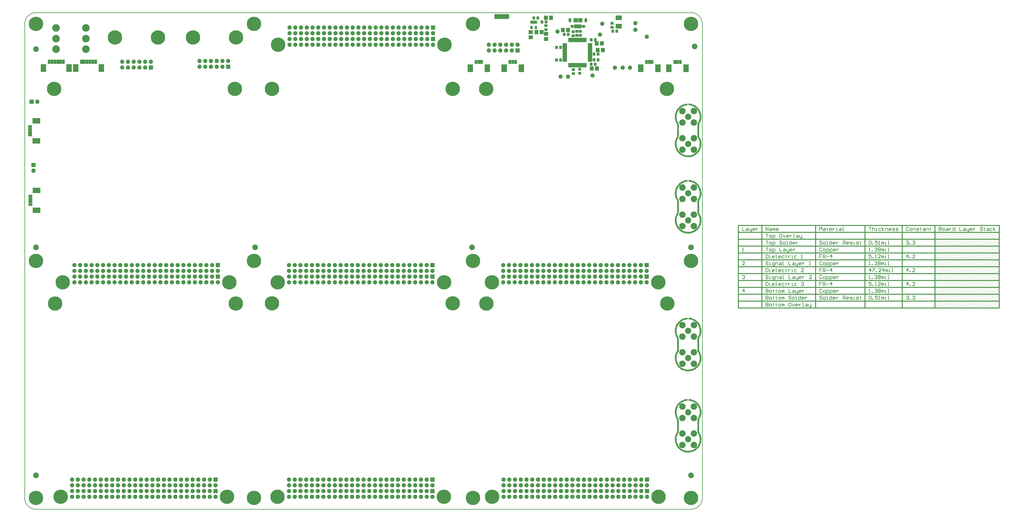
<source format=gts>
G04*
G04 #@! TF.GenerationSoftware,Altium Limited,Altium Designer,20.2.6 (244)*
G04*
G04 Layer_Color=8388736*
%FSLAX25Y25*%
%MOIN*%
G70*
G04*
G04 #@! TF.SameCoordinates,78A2C6BB-1FC3-406C-8345-49C289C49674*
G04*
G04*
G04 #@! TF.FilePolarity,Negative*
G04*
G01*
G75*
%ADD11C,0.00787*%
%ADD15C,0.01000*%
%ADD22C,0.01500*%
%ADD23C,0.00100*%
%ADD40R,0.25197X0.07874*%
%ADD41R,0.04550X0.06518*%
%ADD42R,0.09668X0.13211*%
%ADD43C,0.09843*%
%ADD44R,0.06518X0.07306*%
%ADD45R,0.07306X0.07306*%
%ADD46R,0.02975X0.06715*%
%ADD47O,0.02581X0.07896*%
%ADD48O,0.07896X0.02581*%
%ADD49R,0.05337X0.04943*%
%ADD50R,0.03959X0.05731*%
%ADD51R,0.04943X0.05337*%
%ADD52R,0.07306X0.06518*%
%ADD53R,0.10849X0.08093*%
%ADD54R,0.13211X0.09668*%
%ADD55R,0.06518X0.04550*%
%ADD56R,0.04550X0.07699*%
%ADD57C,0.07306*%
%ADD58C,0.25022*%
%ADD59C,0.11243*%
%ADD60C,0.10849*%
%ADD61O,0.06321X0.05140*%
%ADD62O,0.04943X0.07699*%
%ADD63C,0.13211*%
%ADD64R,0.07400X0.07400*%
%ADD65C,0.07400*%
%ADD66C,0.03762*%
D11*
X818897Y856115D02*
G03*
X819685Y855328I787J0D01*
G01*
X843307D02*
G03*
X844094Y856115I0J787D01*
G01*
Y862414D02*
G03*
X843307Y863202I-787J-0D01*
G01*
X819685D02*
G03*
X818897Y862414I-0J-787D01*
G01*
X844094Y856115D02*
Y862414D01*
X818897Y856115D02*
Y862414D01*
X819685Y855328D02*
X843307D01*
X819685Y863202D02*
X843307D01*
D15*
X1181102Y846457D02*
G03*
X1161417Y866142I-19685J0D01*
G01*
Y0D02*
G03*
X1181102Y19685I0J19685D01*
G01*
X0D02*
G03*
X19685Y0I19685J0D01*
G01*
Y866142D02*
G03*
X0Y846457I0J-19685D01*
G01*
Y19685D02*
Y710236D01*
X1181102Y19685D02*
Y846457D01*
X19685Y866142D02*
X1161417D01*
X0Y710236D02*
Y846457D01*
X19685Y0D02*
X1161417D01*
X1250530Y492195D02*
Y486197D01*
X1254529D01*
X1257528Y490196D02*
X1259527D01*
X1260527Y489196D01*
Y486197D01*
X1257528D01*
X1256528Y487196D01*
X1257528Y488196D01*
X1260527D01*
X1262526Y490196D02*
Y487196D01*
X1263526Y486197D01*
X1266525D01*
Y485197D01*
X1265526Y484198D01*
X1264526D01*
X1266525Y486197D02*
Y490196D01*
X1271523Y486197D02*
X1269524D01*
X1268524Y487196D01*
Y489196D01*
X1269524Y490196D01*
X1271523D01*
X1272523Y489196D01*
Y488196D01*
X1268524D01*
X1274523Y490196D02*
Y486197D01*
Y488196D01*
X1275522Y489196D01*
X1276522Y490196D01*
X1277522D01*
X1253529Y378197D02*
Y384195D01*
X1250530Y381196D01*
X1254529D01*
X1250530Y407195D02*
X1251530Y408195D01*
X1253529D01*
X1254529Y407195D01*
Y406196D01*
X1253529Y405196D01*
X1252530D01*
X1253529D01*
X1254529Y404196D01*
Y403196D01*
X1253529Y402197D01*
X1251530D01*
X1250530Y403196D01*
X1254529Y426197D02*
X1250530D01*
X1254529Y430196D01*
Y431195D01*
X1253529Y432195D01*
X1251530D01*
X1250530Y431195D01*
Y450197D02*
X1252530D01*
X1251530D01*
Y456195D01*
X1250530Y455195D01*
X1291522Y486197D02*
Y492195D01*
X1295520Y486197D01*
Y492195D01*
X1298519Y490196D02*
X1300519D01*
X1301518Y489196D01*
Y486197D01*
X1298519D01*
X1297520Y487196D01*
X1298519Y488196D01*
X1301518D01*
X1303518Y486197D02*
Y490196D01*
X1304517D01*
X1305517Y489196D01*
Y486197D01*
Y489196D01*
X1306517Y490196D01*
X1307516Y489196D01*
Y486197D01*
X1312515D02*
X1310515D01*
X1309516Y487196D01*
Y489196D01*
X1310515Y490196D01*
X1312515D01*
X1313515Y489196D01*
Y488196D01*
X1309516D01*
X1291522Y360195D02*
Y354197D01*
X1294521D01*
X1295520Y355196D01*
Y356196D01*
X1294521Y357196D01*
X1291522D01*
X1294521D01*
X1295520Y358196D01*
Y359195D01*
X1294521Y360195D01*
X1291522D01*
X1298519Y354197D02*
X1300519D01*
X1301518Y355196D01*
Y357196D01*
X1300519Y358196D01*
X1298519D01*
X1297520Y357196D01*
Y355196D01*
X1298519Y354197D01*
X1304517Y359195D02*
Y358196D01*
X1303518D01*
X1305517D01*
X1304517D01*
Y355196D01*
X1305517Y354197D01*
X1309516Y359195D02*
Y358196D01*
X1308516D01*
X1310515D01*
X1309516D01*
Y355196D01*
X1310515Y354197D01*
X1314514D02*
X1316514D01*
X1317513Y355196D01*
Y357196D01*
X1316514Y358196D01*
X1314514D01*
X1313515Y357196D01*
Y355196D01*
X1314514Y354197D01*
X1319512D02*
Y358196D01*
X1320512D01*
X1321512Y357196D01*
Y354197D01*
Y357196D01*
X1322512Y358196D01*
X1323511Y357196D01*
Y354197D01*
X1334508Y360195D02*
X1332508D01*
X1331509Y359195D01*
Y355196D01*
X1332508Y354197D01*
X1334508D01*
X1335507Y355196D01*
Y359195D01*
X1334508Y360195D01*
X1337507Y358196D02*
X1339506Y354197D01*
X1341505Y358196D01*
X1346504Y354197D02*
X1344505D01*
X1343505Y355196D01*
Y357196D01*
X1344505Y358196D01*
X1346504D01*
X1347503Y357196D01*
Y356196D01*
X1343505D01*
X1349503Y358196D02*
Y354197D01*
Y356196D01*
X1350502Y357196D01*
X1351502Y358196D01*
X1352502D01*
X1355501Y354197D02*
X1357500D01*
X1356501D01*
Y360195D01*
X1355501D01*
X1361499Y358196D02*
X1363498D01*
X1364498Y357196D01*
Y354197D01*
X1361499D01*
X1360499Y355196D01*
X1361499Y356196D01*
X1364498D01*
X1366497Y358196D02*
Y355196D01*
X1367497Y354197D01*
X1370496D01*
Y353197D01*
X1369496Y352198D01*
X1368497D01*
X1370496Y354197D02*
Y358196D01*
X1291522Y372195D02*
Y366197D01*
X1294521D01*
X1295520Y367196D01*
Y368196D01*
X1294521Y369196D01*
X1291522D01*
X1294521D01*
X1295520Y370196D01*
Y371195D01*
X1294521Y372195D01*
X1291522D01*
X1298519Y366197D02*
X1300519D01*
X1301518Y367196D01*
Y369196D01*
X1300519Y370196D01*
X1298519D01*
X1297520Y369196D01*
Y367196D01*
X1298519Y366197D01*
X1304517Y371195D02*
Y370196D01*
X1303518D01*
X1305517D01*
X1304517D01*
Y367196D01*
X1305517Y366197D01*
X1309516Y371195D02*
Y370196D01*
X1308516D01*
X1310515D01*
X1309516D01*
Y367196D01*
X1310515Y366197D01*
X1314514D02*
X1316514D01*
X1317513Y367196D01*
Y369196D01*
X1316514Y370196D01*
X1314514D01*
X1313515Y369196D01*
Y367196D01*
X1314514Y366197D01*
X1319512D02*
Y370196D01*
X1320512D01*
X1321512Y369196D01*
Y366197D01*
Y369196D01*
X1322512Y370196D01*
X1323511Y369196D01*
Y366197D01*
X1335507Y371195D02*
X1334508Y372195D01*
X1332508D01*
X1331509Y371195D01*
Y370196D01*
X1332508Y369196D01*
X1334508D01*
X1335507Y368196D01*
Y367196D01*
X1334508Y366197D01*
X1332508D01*
X1331509Y367196D01*
X1338506Y366197D02*
X1340506D01*
X1341505Y367196D01*
Y369196D01*
X1340506Y370196D01*
X1338506D01*
X1337507Y369196D01*
Y367196D01*
X1338506Y366197D01*
X1343505D02*
X1345504D01*
X1344505D01*
Y372195D01*
X1343505D01*
X1352502D02*
Y366197D01*
X1349503D01*
X1348503Y367196D01*
Y369196D01*
X1349503Y370196D01*
X1352502D01*
X1357500Y366197D02*
X1355501D01*
X1354501Y367196D01*
Y369196D01*
X1355501Y370196D01*
X1357500D01*
X1358500Y369196D01*
Y368196D01*
X1354501D01*
X1360499Y370196D02*
Y366197D01*
Y368196D01*
X1361499Y369196D01*
X1362499Y370196D01*
X1363498D01*
X1291522Y384195D02*
Y378197D01*
X1294521D01*
X1295520Y379197D01*
Y380196D01*
X1294521Y381196D01*
X1291522D01*
X1294521D01*
X1295520Y382196D01*
Y383195D01*
X1294521Y384195D01*
X1291522D01*
X1298519Y378197D02*
X1300519D01*
X1301518Y379197D01*
Y381196D01*
X1300519Y382196D01*
X1298519D01*
X1297520Y381196D01*
Y379197D01*
X1298519Y378197D01*
X1304517Y383195D02*
Y382196D01*
X1303518D01*
X1305517D01*
X1304517D01*
Y379197D01*
X1305517Y378197D01*
X1309516Y383195D02*
Y382196D01*
X1308516D01*
X1310515D01*
X1309516D01*
Y379197D01*
X1310515Y378197D01*
X1314514D02*
X1316514D01*
X1317513Y379197D01*
Y381196D01*
X1316514Y382196D01*
X1314514D01*
X1313515Y381196D01*
Y379197D01*
X1314514Y378197D01*
X1319512D02*
Y382196D01*
X1320512D01*
X1321512Y381196D01*
Y378197D01*
Y381196D01*
X1322512Y382196D01*
X1323511Y381196D01*
Y378197D01*
X1331509Y384195D02*
Y378197D01*
X1335507D01*
X1338506Y382196D02*
X1340506D01*
X1341505Y381196D01*
Y378197D01*
X1338506D01*
X1337507Y379197D01*
X1338506Y380196D01*
X1341505D01*
X1343505Y382196D02*
Y379197D01*
X1344505Y378197D01*
X1347503D01*
Y377197D01*
X1346504Y376198D01*
X1345504D01*
X1347503Y378197D02*
Y382196D01*
X1352502Y378197D02*
X1350502D01*
X1349503Y379197D01*
Y381196D01*
X1350502Y382196D01*
X1352502D01*
X1353502Y381196D01*
Y380196D01*
X1349503D01*
X1355501Y382196D02*
Y378197D01*
Y380196D01*
X1356501Y381196D01*
X1357500Y382196D01*
X1358500D01*
X1291522Y396195D02*
Y390197D01*
X1294521D01*
X1295520Y391196D01*
Y395195D01*
X1294521Y396195D01*
X1291522D01*
X1297520Y390197D02*
X1299519D01*
X1298519D01*
Y394196D01*
X1297520D01*
X1305517Y390197D02*
X1303518D01*
X1302518Y391196D01*
Y393196D01*
X1303518Y394196D01*
X1305517D01*
X1306517Y393196D01*
Y392196D01*
X1302518D01*
X1308516Y390197D02*
X1310515D01*
X1309516D01*
Y396195D01*
X1308516D01*
X1316514Y390197D02*
X1314514D01*
X1313515Y391196D01*
Y393196D01*
X1314514Y394196D01*
X1316514D01*
X1317513Y393196D01*
Y392196D01*
X1313515D01*
X1323511Y394196D02*
X1320512D01*
X1319512Y393196D01*
Y391196D01*
X1320512Y390197D01*
X1323511D01*
X1326510Y395195D02*
Y394196D01*
X1325511D01*
X1327510D01*
X1326510D01*
Y391196D01*
X1327510Y390197D01*
X1330509Y394196D02*
Y390197D01*
Y392196D01*
X1331509Y393196D01*
X1332508Y394196D01*
X1333508D01*
X1336507Y390197D02*
X1338506D01*
X1337507D01*
Y394196D01*
X1336507D01*
X1345504D02*
X1342505D01*
X1341505Y393196D01*
Y391196D01*
X1342505Y390197D01*
X1345504D01*
X1353502Y395195D02*
X1354501Y396195D01*
X1356501D01*
X1357500Y395195D01*
Y394196D01*
X1356501Y393196D01*
X1355501D01*
X1356501D01*
X1357500Y392196D01*
Y391196D01*
X1356501Y390197D01*
X1354501D01*
X1353502Y391196D01*
X1295520Y407195D02*
X1294521Y408195D01*
X1292521D01*
X1291522Y407195D01*
Y406196D01*
X1292521Y405196D01*
X1294521D01*
X1295520Y404196D01*
Y403196D01*
X1294521Y402197D01*
X1292521D01*
X1291522Y403196D01*
X1297520Y402197D02*
X1299519D01*
X1298519D01*
Y406196D01*
X1297520D01*
X1304517Y400198D02*
X1305517D01*
X1306517Y401197D01*
Y406196D01*
X1303518D01*
X1302518Y405196D01*
Y403196D01*
X1303518Y402197D01*
X1306517D01*
X1308516D02*
Y406196D01*
X1311515D01*
X1312515Y405196D01*
Y402197D01*
X1315514Y406196D02*
X1317513D01*
X1318513Y405196D01*
Y402197D01*
X1315514D01*
X1314514Y403196D01*
X1315514Y404196D01*
X1318513D01*
X1320512Y402197D02*
X1322512D01*
X1321512D01*
Y408195D01*
X1320512D01*
X1331509D02*
Y402197D01*
X1335507D01*
X1338506Y406196D02*
X1340506D01*
X1341505Y405196D01*
Y402197D01*
X1338506D01*
X1337507Y403196D01*
X1338506Y404196D01*
X1341505D01*
X1343505Y406196D02*
Y403196D01*
X1344505Y402197D01*
X1347503D01*
Y401197D01*
X1346504Y400198D01*
X1345504D01*
X1347503Y402197D02*
Y406196D01*
X1352502Y402197D02*
X1350502D01*
X1349503Y403196D01*
Y405196D01*
X1350502Y406196D01*
X1352502D01*
X1353502Y405196D01*
Y404196D01*
X1349503D01*
X1355501Y406196D02*
Y402197D01*
Y404196D01*
X1356501Y405196D01*
X1357500Y406196D01*
X1358500D01*
X1371496Y402197D02*
X1367497D01*
X1371496Y406196D01*
Y407195D01*
X1370496Y408195D01*
X1368497D01*
X1367497Y407195D01*
X1291522Y420195D02*
Y414197D01*
X1294521D01*
X1295520Y415197D01*
Y419195D01*
X1294521Y420195D01*
X1291522D01*
X1297520Y414197D02*
X1299519D01*
X1298519D01*
Y418196D01*
X1297520D01*
X1305517Y414197D02*
X1303518D01*
X1302518Y415197D01*
Y417196D01*
X1303518Y418196D01*
X1305517D01*
X1306517Y417196D01*
Y416196D01*
X1302518D01*
X1308516Y414197D02*
X1310515D01*
X1309516D01*
Y420195D01*
X1308516D01*
X1316514Y414197D02*
X1314514D01*
X1313515Y415197D01*
Y417196D01*
X1314514Y418196D01*
X1316514D01*
X1317513Y417196D01*
Y416196D01*
X1313515D01*
X1323511Y418196D02*
X1320512D01*
X1319512Y417196D01*
Y415197D01*
X1320512Y414197D01*
X1323511D01*
X1326510Y419195D02*
Y418196D01*
X1325511D01*
X1327510D01*
X1326510D01*
Y415197D01*
X1327510Y414197D01*
X1330509Y418196D02*
Y414197D01*
Y416196D01*
X1331509Y417196D01*
X1332508Y418196D01*
X1333508D01*
X1336507Y414197D02*
X1338506D01*
X1337507D01*
Y418196D01*
X1336507D01*
X1345504D02*
X1342505D01*
X1341505Y417196D01*
Y415197D01*
X1342505Y414197D01*
X1345504D01*
X1357500D02*
X1353502D01*
X1357500Y418196D01*
Y419195D01*
X1356501Y420195D01*
X1354501D01*
X1353502Y419195D01*
X1295520Y431195D02*
X1294521Y432195D01*
X1292521D01*
X1291522Y431195D01*
Y430196D01*
X1292521Y429196D01*
X1294521D01*
X1295520Y428196D01*
Y427197D01*
X1294521Y426197D01*
X1292521D01*
X1291522Y427197D01*
X1297520Y426197D02*
X1299519D01*
X1298519D01*
Y430196D01*
X1297520D01*
X1304517Y424197D02*
X1305517D01*
X1306517Y425197D01*
Y430196D01*
X1303518D01*
X1302518Y429196D01*
Y427197D01*
X1303518Y426197D01*
X1306517D01*
X1308516D02*
Y430196D01*
X1311515D01*
X1312515Y429196D01*
Y426197D01*
X1315514Y430196D02*
X1317513D01*
X1318513Y429196D01*
Y426197D01*
X1315514D01*
X1314514Y427197D01*
X1315514Y428196D01*
X1318513D01*
X1320512Y426197D02*
X1322512D01*
X1321512D01*
Y432195D01*
X1320512D01*
X1331509D02*
Y426197D01*
X1335507D01*
X1338506Y430196D02*
X1340506D01*
X1341505Y429196D01*
Y426197D01*
X1338506D01*
X1337507Y427197D01*
X1338506Y428196D01*
X1341505D01*
X1343505Y430196D02*
Y427197D01*
X1344505Y426197D01*
X1347503D01*
Y425197D01*
X1346504Y424197D01*
X1345504D01*
X1347503Y426197D02*
Y430196D01*
X1352502Y426197D02*
X1350502D01*
X1349503Y427197D01*
Y429196D01*
X1350502Y430196D01*
X1352502D01*
X1353502Y429196D01*
Y428196D01*
X1349503D01*
X1355501Y430196D02*
Y426197D01*
Y428196D01*
X1356501Y429196D01*
X1357500Y430196D01*
X1358500D01*
X1367497Y426197D02*
X1369496D01*
X1368497D01*
Y432195D01*
X1367497Y431195D01*
X1291522Y444195D02*
Y438197D01*
X1294521D01*
X1295520Y439196D01*
Y443195D01*
X1294521Y444195D01*
X1291522D01*
X1297520Y438197D02*
X1299519D01*
X1298519D01*
Y442196D01*
X1297520D01*
X1305517Y438197D02*
X1303518D01*
X1302518Y439196D01*
Y441196D01*
X1303518Y442196D01*
X1305517D01*
X1306517Y441196D01*
Y440196D01*
X1302518D01*
X1308516Y438197D02*
X1310515D01*
X1309516D01*
Y444195D01*
X1308516D01*
X1316514Y438197D02*
X1314514D01*
X1313515Y439196D01*
Y441196D01*
X1314514Y442196D01*
X1316514D01*
X1317513Y441196D01*
Y440196D01*
X1313515D01*
X1323511Y442196D02*
X1320512D01*
X1319512Y441196D01*
Y439196D01*
X1320512Y438197D01*
X1323511D01*
X1326510Y443195D02*
Y442196D01*
X1325511D01*
X1327510D01*
X1326510D01*
Y439196D01*
X1327510Y438197D01*
X1330509Y442196D02*
Y438197D01*
Y440196D01*
X1331509Y441196D01*
X1332508Y442196D01*
X1333508D01*
X1336507Y438197D02*
X1338506D01*
X1337507D01*
Y442196D01*
X1336507D01*
X1345504D02*
X1342505D01*
X1341505Y441196D01*
Y439196D01*
X1342505Y438197D01*
X1345504D01*
X1353502D02*
X1355501D01*
X1354501D01*
Y444195D01*
X1353502Y443195D01*
X1291522Y456195D02*
X1295520D01*
X1293521D01*
Y450197D01*
X1298519D02*
X1300519D01*
X1301518Y451196D01*
Y453196D01*
X1300519Y454196D01*
X1298519D01*
X1297520Y453196D01*
Y451196D01*
X1298519Y450197D01*
X1303518Y448198D02*
Y454196D01*
X1306517D01*
X1307516Y453196D01*
Y451196D01*
X1306517Y450197D01*
X1303518D01*
X1315514Y456195D02*
Y450197D01*
X1319513D01*
X1322512Y454196D02*
X1324511D01*
X1325511Y453196D01*
Y450197D01*
X1322512D01*
X1321512Y451196D01*
X1322512Y452196D01*
X1325511D01*
X1327510Y454196D02*
Y451196D01*
X1328510Y450197D01*
X1331509D01*
Y449197D01*
X1330509Y448198D01*
X1329509D01*
X1331509Y450197D02*
Y454196D01*
X1336507Y450197D02*
X1334508D01*
X1333508Y451196D01*
Y453196D01*
X1334508Y454196D01*
X1336507D01*
X1337507Y453196D01*
Y452196D01*
X1333508D01*
X1339506Y454196D02*
Y450197D01*
Y452196D01*
X1340506Y453196D01*
X1341505Y454196D01*
X1342505D01*
X1291522Y468195D02*
X1295520D01*
X1293521D01*
Y462197D01*
X1298519D02*
X1300519D01*
X1301518Y463197D01*
Y465196D01*
X1300519Y466196D01*
X1298519D01*
X1297520Y465196D01*
Y463197D01*
X1298519Y462197D01*
X1303518Y460197D02*
Y466196D01*
X1306517D01*
X1307516Y465196D01*
Y463197D01*
X1306517Y462197D01*
X1303518D01*
X1319513Y467195D02*
X1318513Y468195D01*
X1316514D01*
X1315514Y467195D01*
Y466196D01*
X1316514Y465196D01*
X1318513D01*
X1319513Y464196D01*
Y463197D01*
X1318513Y462197D01*
X1316514D01*
X1315514Y463197D01*
X1322512Y462197D02*
X1324511D01*
X1325511Y463197D01*
Y465196D01*
X1324511Y466196D01*
X1322512D01*
X1321512Y465196D01*
Y463197D01*
X1322512Y462197D01*
X1327510D02*
X1329509D01*
X1328510D01*
Y468195D01*
X1327510D01*
X1336507D02*
Y462197D01*
X1333508D01*
X1332508Y463197D01*
Y465196D01*
X1333508Y466196D01*
X1336507D01*
X1341505Y462197D02*
X1339506D01*
X1338506Y463197D01*
Y465196D01*
X1339506Y466196D01*
X1341505D01*
X1342505Y465196D01*
Y464196D01*
X1338506D01*
X1344505Y466196D02*
Y462197D01*
Y464196D01*
X1345504Y465196D01*
X1346504Y466196D01*
X1347503D01*
X1291522Y480195D02*
X1295520D01*
X1293521D01*
Y474197D01*
X1298519D02*
X1300519D01*
X1301518Y475197D01*
Y477196D01*
X1300519Y478196D01*
X1298519D01*
X1297520Y477196D01*
Y475197D01*
X1298519Y474197D01*
X1303518Y472197D02*
Y478196D01*
X1306517D01*
X1307516Y477196D01*
Y475197D01*
X1306517Y474197D01*
X1303518D01*
X1318513Y480195D02*
X1316514D01*
X1315514Y479195D01*
Y475197D01*
X1316514Y474197D01*
X1318513D01*
X1319513Y475197D01*
Y479195D01*
X1318513Y480195D01*
X1321512Y478196D02*
X1323511Y474197D01*
X1325511Y478196D01*
X1330509Y474197D02*
X1328510D01*
X1327510Y475197D01*
Y477196D01*
X1328510Y478196D01*
X1330509D01*
X1331509Y477196D01*
Y476196D01*
X1327510D01*
X1333508Y478196D02*
Y474197D01*
Y476196D01*
X1334508Y477196D01*
X1335507Y478196D01*
X1336507D01*
X1339506Y474197D02*
X1341505D01*
X1340506D01*
Y480195D01*
X1339506D01*
X1345504Y478196D02*
X1347503D01*
X1348503Y477196D01*
Y474197D01*
X1345504D01*
X1344505Y475197D01*
X1345504Y476196D01*
X1348503D01*
X1350502Y478196D02*
Y475197D01*
X1351502Y474197D01*
X1354501D01*
Y473197D01*
X1353502Y472197D01*
X1352502D01*
X1354501Y474197D02*
Y478196D01*
X1385496Y486197D02*
Y492195D01*
X1387495Y490196D01*
X1389494Y492195D01*
Y486197D01*
X1392494Y490196D02*
X1394493D01*
X1395492Y489196D01*
Y486197D01*
X1392494D01*
X1391494Y487196D01*
X1392494Y488196D01*
X1395492D01*
X1398491Y491195D02*
Y490196D01*
X1397492D01*
X1399491D01*
X1398491D01*
Y487196D01*
X1399491Y486197D01*
X1405489D02*
X1403490D01*
X1402490Y487196D01*
Y489196D01*
X1403490Y490196D01*
X1405489D01*
X1406489Y489196D01*
Y488196D01*
X1402490D01*
X1408488Y490196D02*
Y486197D01*
Y488196D01*
X1409488Y489196D01*
X1410488Y490196D01*
X1411487D01*
X1414486Y486197D02*
X1416486D01*
X1415486D01*
Y490196D01*
X1414486D01*
X1420484D02*
X1422484D01*
X1423483Y489196D01*
Y486197D01*
X1420484D01*
X1419485Y487196D01*
X1420484Y488196D01*
X1423483D01*
X1425483Y486197D02*
X1427482D01*
X1426482D01*
Y492195D01*
X1425483D01*
X1389494Y371195D02*
X1388495Y372195D01*
X1386495D01*
X1385496Y371195D01*
Y370196D01*
X1386495Y369196D01*
X1388495D01*
X1389494Y368196D01*
Y367196D01*
X1388495Y366197D01*
X1386495D01*
X1385496Y367196D01*
X1392494Y366197D02*
X1394493D01*
X1395492Y367196D01*
Y369196D01*
X1394493Y370196D01*
X1392494D01*
X1391494Y369196D01*
Y367196D01*
X1392494Y366197D01*
X1397492D02*
X1399491D01*
X1398491D01*
Y372195D01*
X1397492D01*
X1406489D02*
Y366197D01*
X1403490D01*
X1402490Y367196D01*
Y369196D01*
X1403490Y370196D01*
X1406489D01*
X1411487Y366197D02*
X1409488D01*
X1408488Y367196D01*
Y369196D01*
X1409488Y370196D01*
X1411487D01*
X1412487Y369196D01*
Y368196D01*
X1408488D01*
X1414486Y370196D02*
Y366197D01*
Y368196D01*
X1415486Y369196D01*
X1416486Y370196D01*
X1417485D01*
X1426482Y366197D02*
Y372195D01*
X1429482D01*
X1430481Y371195D01*
Y369196D01*
X1429482Y368196D01*
X1426482D01*
X1428482D02*
X1430481Y366197D01*
X1435480D02*
X1433480D01*
X1432481Y367196D01*
Y369196D01*
X1433480Y370196D01*
X1435480D01*
X1436479Y369196D01*
Y368196D01*
X1432481D01*
X1438479Y366197D02*
X1441478D01*
X1442477Y367196D01*
X1441478Y368196D01*
X1439478D01*
X1438479Y369196D01*
X1439478Y370196D01*
X1442477D01*
X1444477Y366197D02*
X1446476D01*
X1445476D01*
Y370196D01*
X1444477D01*
X1449475Y366197D02*
X1452474D01*
X1453474Y367196D01*
X1452474Y368196D01*
X1450475D01*
X1449475Y369196D01*
X1450475Y370196D01*
X1453474D01*
X1456473Y371195D02*
Y370196D01*
X1455473D01*
X1457472D01*
X1456473D01*
Y367196D01*
X1457472Y366197D01*
X1389494Y383195D02*
X1388495Y384195D01*
X1386495D01*
X1385496Y383195D01*
Y379197D01*
X1386495Y378197D01*
X1388495D01*
X1389494Y379197D01*
X1392494Y378197D02*
X1394493D01*
X1395492Y379197D01*
Y381196D01*
X1394493Y382196D01*
X1392494D01*
X1391494Y381196D01*
Y379197D01*
X1392494Y378197D01*
X1397492Y376198D02*
Y382196D01*
X1400491D01*
X1401491Y381196D01*
Y379197D01*
X1400491Y378197D01*
X1397492D01*
X1403490Y376198D02*
Y382196D01*
X1406489D01*
X1407489Y381196D01*
Y379197D01*
X1406489Y378197D01*
X1403490D01*
X1412487D02*
X1410488D01*
X1409488Y379197D01*
Y381196D01*
X1410488Y382196D01*
X1412487D01*
X1413487Y381196D01*
Y380196D01*
X1409488D01*
X1415486Y382196D02*
Y378197D01*
Y380196D01*
X1416486Y381196D01*
X1417485Y382196D01*
X1418485D01*
X1389494Y396195D02*
X1385496D01*
Y393196D01*
X1387495D01*
X1385496D01*
Y390197D01*
X1391494D02*
Y396195D01*
X1394493D01*
X1395492Y395195D01*
Y393196D01*
X1394493Y392196D01*
X1391494D01*
X1393493D02*
X1395492Y390197D01*
X1397492Y393196D02*
X1401491D01*
X1406489Y390197D02*
Y396195D01*
X1403490Y393196D01*
X1407489D01*
X1389494Y407195D02*
X1388495Y408195D01*
X1386495D01*
X1385496Y407195D01*
Y403196D01*
X1386495Y402197D01*
X1388495D01*
X1389494Y403196D01*
X1392494Y402197D02*
X1394493D01*
X1395492Y403196D01*
Y405196D01*
X1394493Y406196D01*
X1392494D01*
X1391494Y405196D01*
Y403196D01*
X1392494Y402197D01*
X1397492Y400198D02*
Y406196D01*
X1400491D01*
X1401491Y405196D01*
Y403196D01*
X1400491Y402197D01*
X1397492D01*
X1403490Y400198D02*
Y406196D01*
X1406489D01*
X1407489Y405196D01*
Y403196D01*
X1406489Y402197D01*
X1403490D01*
X1412487D02*
X1410488D01*
X1409488Y403196D01*
Y405196D01*
X1410488Y406196D01*
X1412487D01*
X1413487Y405196D01*
Y404196D01*
X1409488D01*
X1415486Y406196D02*
Y402197D01*
Y404196D01*
X1416486Y405196D01*
X1417485Y406196D01*
X1418485D01*
X1389494Y420195D02*
X1385496D01*
Y417196D01*
X1387495D01*
X1385496D01*
Y414197D01*
X1391494D02*
Y420195D01*
X1394493D01*
X1395492Y419195D01*
Y417196D01*
X1394493Y416196D01*
X1391494D01*
X1393493D02*
X1395492Y414197D01*
X1397492Y417196D02*
X1401491D01*
X1406489Y414197D02*
Y420195D01*
X1403490Y417196D01*
X1407489D01*
X1389494Y431195D02*
X1388495Y432195D01*
X1386495D01*
X1385496Y431195D01*
Y427197D01*
X1386495Y426197D01*
X1388495D01*
X1389494Y427197D01*
X1392494Y426197D02*
X1394493D01*
X1395492Y427197D01*
Y429196D01*
X1394493Y430196D01*
X1392494D01*
X1391494Y429196D01*
Y427197D01*
X1392494Y426197D01*
X1397492Y424197D02*
Y430196D01*
X1400491D01*
X1401491Y429196D01*
Y427197D01*
X1400491Y426197D01*
X1397492D01*
X1403490Y424197D02*
Y430196D01*
X1406489D01*
X1407489Y429196D01*
Y427197D01*
X1406489Y426197D01*
X1403490D01*
X1412487D02*
X1410488D01*
X1409488Y427197D01*
Y429196D01*
X1410488Y430196D01*
X1412487D01*
X1413487Y429196D01*
Y428196D01*
X1409488D01*
X1415486Y430196D02*
Y426197D01*
Y428196D01*
X1416486Y429196D01*
X1417485Y430196D01*
X1418485D01*
X1389494Y444195D02*
X1385496D01*
Y441196D01*
X1387495D01*
X1385496D01*
Y438197D01*
X1391494D02*
Y444195D01*
X1394493D01*
X1395492Y443195D01*
Y441196D01*
X1394493Y440196D01*
X1391494D01*
X1393493D02*
X1395492Y438197D01*
X1397492Y441196D02*
X1401491D01*
X1406489Y438197D02*
Y444195D01*
X1403490Y441196D01*
X1407489D01*
X1389494Y455195D02*
X1388495Y456195D01*
X1386495D01*
X1385496Y455195D01*
Y451196D01*
X1386495Y450197D01*
X1388495D01*
X1389494Y451196D01*
X1392494Y450197D02*
X1394493D01*
X1395492Y451196D01*
Y453196D01*
X1394493Y454196D01*
X1392494D01*
X1391494Y453196D01*
Y451196D01*
X1392494Y450197D01*
X1397492Y448198D02*
Y454196D01*
X1400491D01*
X1401491Y453196D01*
Y451196D01*
X1400491Y450197D01*
X1397492D01*
X1403490Y448198D02*
Y454196D01*
X1406489D01*
X1407489Y453196D01*
Y451196D01*
X1406489Y450197D01*
X1403490D01*
X1412487D02*
X1410488D01*
X1409488Y451196D01*
Y453196D01*
X1410488Y454196D01*
X1412487D01*
X1413487Y453196D01*
Y452196D01*
X1409488D01*
X1415486Y454196D02*
Y450197D01*
Y452196D01*
X1416486Y453196D01*
X1417485Y454196D01*
X1418485D01*
X1389494Y467195D02*
X1388495Y468195D01*
X1386495D01*
X1385496Y467195D01*
Y466196D01*
X1386495Y465196D01*
X1388495D01*
X1389494Y464196D01*
Y463197D01*
X1388495Y462197D01*
X1386495D01*
X1385496Y463197D01*
X1392494Y462197D02*
X1394493D01*
X1395492Y463197D01*
Y465196D01*
X1394493Y466196D01*
X1392494D01*
X1391494Y465196D01*
Y463197D01*
X1392494Y462197D01*
X1397492D02*
X1399491D01*
X1398491D01*
Y468195D01*
X1397492D01*
X1406489D02*
Y462197D01*
X1403490D01*
X1402490Y463197D01*
Y465196D01*
X1403490Y466196D01*
X1406489D01*
X1411487Y462197D02*
X1409488D01*
X1408488Y463197D01*
Y465196D01*
X1409488Y466196D01*
X1411487D01*
X1412487Y465196D01*
Y464196D01*
X1408488D01*
X1414486Y466196D02*
Y462197D01*
Y464196D01*
X1415486Y465196D01*
X1416486Y466196D01*
X1417485D01*
X1426482Y462197D02*
Y468195D01*
X1429482D01*
X1430481Y467195D01*
Y465196D01*
X1429482Y464196D01*
X1426482D01*
X1428482D02*
X1430481Y462197D01*
X1435480D02*
X1433480D01*
X1432481Y463197D01*
Y465196D01*
X1433480Y466196D01*
X1435480D01*
X1436479Y465196D01*
Y464196D01*
X1432481D01*
X1438479Y462197D02*
X1441478D01*
X1442477Y463197D01*
X1441478Y464196D01*
X1439478D01*
X1438479Y465196D01*
X1439478Y466196D01*
X1442477D01*
X1444477Y462197D02*
X1446476D01*
X1445476D01*
Y466196D01*
X1444477D01*
X1449475Y462197D02*
X1452474D01*
X1453474Y463197D01*
X1452474Y464196D01*
X1450475D01*
X1449475Y465196D01*
X1450475Y466196D01*
X1453474D01*
X1456473Y467195D02*
Y466196D01*
X1455473D01*
X1457472D01*
X1456473D01*
Y463197D01*
X1457472Y462197D01*
X1471472Y492195D02*
X1475471D01*
X1473472D01*
Y486197D01*
X1477470Y492195D02*
Y486197D01*
Y489196D01*
X1478470Y490196D01*
X1480470D01*
X1481469Y489196D01*
Y486197D01*
X1483469D02*
X1485468D01*
X1484468D01*
Y490196D01*
X1483469D01*
X1492466D02*
X1489467D01*
X1488467Y489196D01*
Y487196D01*
X1489467Y486197D01*
X1492466D01*
X1494465D02*
Y492195D01*
Y488196D02*
X1497464Y490196D01*
X1494465Y488196D02*
X1497464Y486197D01*
X1500463D02*
Y490196D01*
X1503462D01*
X1504462Y489196D01*
Y486197D01*
X1509460D02*
X1507461D01*
X1506461Y487196D01*
Y489196D01*
X1507461Y490196D01*
X1509460D01*
X1510460Y489196D01*
Y488196D01*
X1506461D01*
X1512459Y486197D02*
X1515458D01*
X1516458Y487196D01*
X1515458Y488196D01*
X1513459D01*
X1512459Y489196D01*
X1513459Y490196D01*
X1516458D01*
X1518457Y486197D02*
X1521456D01*
X1522456Y487196D01*
X1521456Y488196D01*
X1519457D01*
X1518457Y489196D01*
X1519457Y490196D01*
X1522456D01*
X1471472Y371195D02*
X1472472Y372195D01*
X1474471D01*
X1475471Y371195D01*
Y367196D01*
X1474471Y366197D01*
X1472472D01*
X1471472Y367196D01*
Y371195D01*
X1477470Y366197D02*
Y367196D01*
X1478470D01*
Y366197D01*
X1477470D01*
X1486468Y372195D02*
X1482469D01*
Y369196D01*
X1484468Y370196D01*
X1485468D01*
X1486468Y369196D01*
Y367196D01*
X1485468Y366197D01*
X1483469D01*
X1482469Y367196D01*
X1488467Y366197D02*
X1490466D01*
X1489467D01*
Y372195D01*
X1488467Y371195D01*
X1493465Y366197D02*
Y370196D01*
X1494465D01*
X1495465Y369196D01*
Y366197D01*
Y369196D01*
X1496464Y370196D01*
X1497464Y369196D01*
Y366197D01*
X1499463D02*
X1501463D01*
X1500463D01*
Y370196D01*
X1499463D01*
X1504462Y366197D02*
X1506461D01*
X1505461D01*
Y372195D01*
X1504462D01*
X1471472Y378197D02*
X1473472D01*
X1472472D01*
Y384195D01*
X1471472Y383195D01*
X1476471Y378197D02*
Y379197D01*
X1477470D01*
Y378197D01*
X1476471D01*
X1481469Y383195D02*
X1482469Y384195D01*
X1484468D01*
X1485468Y383195D01*
Y382196D01*
X1484468Y381196D01*
X1483469D01*
X1484468D01*
X1485468Y380196D01*
Y379197D01*
X1484468Y378197D01*
X1482469D01*
X1481469Y379197D01*
X1487467Y383195D02*
X1488467Y384195D01*
X1490466D01*
X1491466Y383195D01*
Y382196D01*
X1490466Y381196D01*
X1491466Y380196D01*
Y379197D01*
X1490466Y378197D01*
X1488467D01*
X1487467Y379197D01*
Y380196D01*
X1488467Y381196D01*
X1487467Y382196D01*
Y383195D01*
X1488467Y381196D02*
X1490466D01*
X1493465Y378197D02*
Y382196D01*
X1494465D01*
X1495465Y381196D01*
Y378197D01*
Y381196D01*
X1496464Y382196D01*
X1497464Y381196D01*
Y378197D01*
X1499463D02*
X1501463D01*
X1500463D01*
Y382196D01*
X1499463D01*
X1504462Y378197D02*
X1506461D01*
X1505461D01*
Y384195D01*
X1504462D01*
X1475471Y396195D02*
X1471472D01*
Y393196D01*
X1473472Y394196D01*
X1474471D01*
X1475471Y393196D01*
Y391196D01*
X1474471Y390197D01*
X1472472D01*
X1471472Y391196D01*
X1477470Y390197D02*
Y391196D01*
X1478470D01*
Y390197D01*
X1477470D01*
X1482469D02*
X1484468D01*
X1483469D01*
Y396195D01*
X1482469Y395195D01*
X1491466Y390197D02*
X1487467D01*
X1491466Y394196D01*
Y395195D01*
X1490466Y396195D01*
X1488467D01*
X1487467Y395195D01*
X1493465Y390197D02*
Y394196D01*
X1494465D01*
X1495465Y393196D01*
Y390197D01*
Y393196D01*
X1496464Y394196D01*
X1497464Y393196D01*
Y390197D01*
X1499463D02*
X1501463D01*
X1500463D01*
Y394196D01*
X1499463D01*
X1504462Y390197D02*
X1506461D01*
X1505461D01*
Y396195D01*
X1504462D01*
X1471472Y402197D02*
X1473472D01*
X1472472D01*
Y408195D01*
X1471472Y407195D01*
X1476471Y402197D02*
Y403196D01*
X1477470D01*
Y402197D01*
X1476471D01*
X1481469Y407195D02*
X1482469Y408195D01*
X1484468D01*
X1485468Y407195D01*
Y406196D01*
X1484468Y405196D01*
X1483469D01*
X1484468D01*
X1485468Y404196D01*
Y403196D01*
X1484468Y402197D01*
X1482469D01*
X1481469Y403196D01*
X1487467Y407195D02*
X1488467Y408195D01*
X1490466D01*
X1491466Y407195D01*
Y406196D01*
X1490466Y405196D01*
X1491466Y404196D01*
Y403196D01*
X1490466Y402197D01*
X1488467D01*
X1487467Y403196D01*
Y404196D01*
X1488467Y405196D01*
X1487467Y406196D01*
Y407195D01*
X1488467Y405196D02*
X1490466D01*
X1493465Y402197D02*
Y406196D01*
X1494465D01*
X1495465Y405196D01*
Y402197D01*
Y405196D01*
X1496464Y406196D01*
X1497464Y405196D01*
Y402197D01*
X1499463D02*
X1501463D01*
X1500463D01*
Y406196D01*
X1499463D01*
X1504462Y402197D02*
X1506461D01*
X1505461D01*
Y408195D01*
X1504462D01*
X1474471Y414197D02*
Y420195D01*
X1471472Y417196D01*
X1475471D01*
X1477470Y420195D02*
X1481469D01*
Y419195D01*
X1477470Y415197D01*
Y414197D01*
X1483469D02*
Y415197D01*
X1484468D01*
Y414197D01*
X1483469D01*
X1492466D02*
X1488467D01*
X1492466Y418196D01*
Y419195D01*
X1491466Y420195D01*
X1489467D01*
X1488467Y419195D01*
X1497464Y414197D02*
Y420195D01*
X1494465Y417196D01*
X1498464D01*
X1500463Y414197D02*
Y418196D01*
X1501463D01*
X1502462Y417196D01*
Y414197D01*
Y417196D01*
X1503462Y418196D01*
X1504462Y417196D01*
Y414197D01*
X1506461D02*
X1508461D01*
X1507461D01*
Y418196D01*
X1506461D01*
X1511460Y414197D02*
X1513459D01*
X1512459D01*
Y420195D01*
X1511460D01*
X1471472Y426197D02*
X1473472D01*
X1472472D01*
Y432195D01*
X1471472Y431195D01*
X1476471Y426197D02*
Y427197D01*
X1477470D01*
Y426197D01*
X1476471D01*
X1481469Y431195D02*
X1482469Y432195D01*
X1484468D01*
X1485468Y431195D01*
Y430196D01*
X1484468Y429196D01*
X1483469D01*
X1484468D01*
X1485468Y428196D01*
Y427197D01*
X1484468Y426197D01*
X1482469D01*
X1481469Y427197D01*
X1487467Y431195D02*
X1488467Y432195D01*
X1490466D01*
X1491466Y431195D01*
Y430196D01*
X1490466Y429196D01*
X1491466Y428196D01*
Y427197D01*
X1490466Y426197D01*
X1488467D01*
X1487467Y427197D01*
Y428196D01*
X1488467Y429196D01*
X1487467Y430196D01*
Y431195D01*
X1488467Y429196D02*
X1490466D01*
X1493465Y426197D02*
Y430196D01*
X1494465D01*
X1495465Y429196D01*
Y426197D01*
Y429196D01*
X1496464Y430196D01*
X1497464Y429196D01*
Y426197D01*
X1499463D02*
X1501463D01*
X1500463D01*
Y430196D01*
X1499463D01*
X1504462Y426197D02*
X1506461D01*
X1505461D01*
Y432195D01*
X1504462D01*
X1475471Y444195D02*
X1471472D01*
Y441196D01*
X1473472Y442196D01*
X1474471D01*
X1475471Y441196D01*
Y439196D01*
X1474471Y438197D01*
X1472472D01*
X1471472Y439196D01*
X1477470Y438197D02*
Y439196D01*
X1478470D01*
Y438197D01*
X1477470D01*
X1482469D02*
X1484468D01*
X1483469D01*
Y444195D01*
X1482469Y443195D01*
X1491466Y438197D02*
X1487467D01*
X1491466Y442196D01*
Y443195D01*
X1490466Y444195D01*
X1488467D01*
X1487467Y443195D01*
X1493465Y438197D02*
Y442196D01*
X1494465D01*
X1495465Y441196D01*
Y438197D01*
Y441196D01*
X1496464Y442196D01*
X1497464Y441196D01*
Y438197D01*
X1499463D02*
X1501463D01*
X1500463D01*
Y442196D01*
X1499463D01*
X1504462Y438197D02*
X1506461D01*
X1505461D01*
Y444195D01*
X1504462D01*
X1471472Y450197D02*
X1473472D01*
X1472472D01*
Y456195D01*
X1471472Y455195D01*
X1476471Y450197D02*
Y451196D01*
X1477470D01*
Y450197D01*
X1476471D01*
X1481469Y455195D02*
X1482469Y456195D01*
X1484468D01*
X1485468Y455195D01*
Y454196D01*
X1484468Y453196D01*
X1483469D01*
X1484468D01*
X1485468Y452196D01*
Y451196D01*
X1484468Y450197D01*
X1482469D01*
X1481469Y451196D01*
X1487467Y455195D02*
X1488467Y456195D01*
X1490466D01*
X1491466Y455195D01*
Y454196D01*
X1490466Y453196D01*
X1491466Y452196D01*
Y451196D01*
X1490466Y450197D01*
X1488467D01*
X1487467Y451196D01*
Y452196D01*
X1488467Y453196D01*
X1487467Y454196D01*
Y455195D01*
X1488467Y453196D02*
X1490466D01*
X1493465Y450197D02*
Y454196D01*
X1494465D01*
X1495465Y453196D01*
Y450197D01*
Y453196D01*
X1496464Y454196D01*
X1497464Y453196D01*
Y450197D01*
X1499463D02*
X1501463D01*
X1500463D01*
Y454196D01*
X1499463D01*
X1504462Y450197D02*
X1506461D01*
X1505461D01*
Y456195D01*
X1504462D01*
X1471472Y467195D02*
X1472472Y468195D01*
X1474471D01*
X1475471Y467195D01*
Y463197D01*
X1474471Y462197D01*
X1472472D01*
X1471472Y463197D01*
Y467195D01*
X1477470Y462197D02*
Y463197D01*
X1478470D01*
Y462197D01*
X1477470D01*
X1486468Y468195D02*
X1482469D01*
Y465196D01*
X1484468Y466196D01*
X1485468D01*
X1486468Y465196D01*
Y463197D01*
X1485468Y462197D01*
X1483469D01*
X1482469Y463197D01*
X1488467Y462197D02*
X1490466D01*
X1489467D01*
Y468195D01*
X1488467Y467195D01*
X1493465Y462197D02*
Y466196D01*
X1494465D01*
X1495465Y465196D01*
Y462197D01*
Y465196D01*
X1496464Y466196D01*
X1497464Y465196D01*
Y462197D01*
X1499463D02*
X1501463D01*
X1500463D01*
Y466196D01*
X1499463D01*
X1504462Y462197D02*
X1506461D01*
X1505461D01*
Y468195D01*
X1504462D01*
X1540455Y491195D02*
X1539455Y492195D01*
X1537456D01*
X1536456Y491195D01*
Y487196D01*
X1537456Y486197D01*
X1539455D01*
X1540455Y487196D01*
X1543454Y486197D02*
X1545453D01*
X1546453Y487196D01*
Y489196D01*
X1545453Y490196D01*
X1543454D01*
X1542454Y489196D01*
Y487196D01*
X1543454Y486197D01*
X1548452D02*
Y490196D01*
X1551451D01*
X1552451Y489196D01*
Y486197D01*
X1554450D02*
X1557449D01*
X1558449Y487196D01*
X1557449Y488196D01*
X1555450D01*
X1554450Y489196D01*
X1555450Y490196D01*
X1558449D01*
X1561448Y491195D02*
Y490196D01*
X1560448D01*
X1562447D01*
X1561448D01*
Y487196D01*
X1562447Y486197D01*
X1566446Y490196D02*
X1568446D01*
X1569445Y489196D01*
Y486197D01*
X1566446D01*
X1565447Y487196D01*
X1566446Y488196D01*
X1569445D01*
X1571445Y486197D02*
Y490196D01*
X1574444D01*
X1575443Y489196D01*
Y486197D01*
X1578442Y491195D02*
Y490196D01*
X1577443D01*
X1579442D01*
X1578442D01*
Y487196D01*
X1579442Y486197D01*
X1536456Y371195D02*
X1537456Y372195D01*
X1539455D01*
X1540455Y371195D01*
Y370196D01*
X1539455Y369196D01*
X1538455D01*
X1539455D01*
X1540455Y368196D01*
Y367196D01*
X1539455Y366197D01*
X1537456D01*
X1536456Y367196D01*
X1542454Y366197D02*
Y367196D01*
X1543454D01*
Y366197D01*
X1542454D01*
X1547452Y371195D02*
X1548452Y372195D01*
X1550451D01*
X1551451Y371195D01*
Y370196D01*
X1550451Y369196D01*
X1549452D01*
X1550451D01*
X1551451Y368196D01*
Y367196D01*
X1550451Y366197D01*
X1548452D01*
X1547452Y367196D01*
X1539455Y390197D02*
Y396195D01*
X1536456Y393196D01*
X1540455D01*
X1542454Y390197D02*
Y391196D01*
X1543454D01*
Y390197D01*
X1542454D01*
X1551451D02*
X1547452D01*
X1551451Y394196D01*
Y395195D01*
X1550451Y396195D01*
X1548452D01*
X1547452Y395195D01*
X1539455Y414197D02*
Y420195D01*
X1536456Y417196D01*
X1540455D01*
X1542454Y414197D02*
Y415197D01*
X1543454D01*
Y414197D01*
X1542454D01*
X1551451D02*
X1547452D01*
X1551451Y418196D01*
Y419195D01*
X1550451Y420195D01*
X1548452D01*
X1547452Y419195D01*
X1539455Y438197D02*
Y444195D01*
X1536456Y441196D01*
X1540455D01*
X1542454Y438197D02*
Y439196D01*
X1543454D01*
Y438197D01*
X1542454D01*
X1551451D02*
X1547452D01*
X1551451Y442196D01*
Y443195D01*
X1550451Y444195D01*
X1548452D01*
X1547452Y443195D01*
X1536456Y467195D02*
X1537456Y468195D01*
X1539455D01*
X1540455Y467195D01*
Y466196D01*
X1539455Y465196D01*
X1538455D01*
X1539455D01*
X1540455Y464196D01*
Y463197D01*
X1539455Y462197D01*
X1537456D01*
X1536456Y463197D01*
X1542454Y462197D02*
Y463197D01*
X1543454D01*
Y462197D01*
X1542454D01*
X1547452Y467195D02*
X1548452Y468195D01*
X1550451D01*
X1551451Y467195D01*
Y466196D01*
X1550451Y465196D01*
X1549452D01*
X1550451D01*
X1551451Y464196D01*
Y463197D01*
X1550451Y462197D01*
X1548452D01*
X1547452Y463197D01*
X1593442Y492195D02*
Y486197D01*
X1596441D01*
X1597441Y487196D01*
Y488196D01*
X1596441Y489196D01*
X1593442D01*
X1596441D01*
X1597441Y490196D01*
Y491195D01*
X1596441Y492195D01*
X1593442D01*
X1600440Y486197D02*
X1602439D01*
X1603439Y487196D01*
Y489196D01*
X1602439Y490196D01*
X1600440D01*
X1599440Y489196D01*
Y487196D01*
X1600440Y486197D01*
X1606438Y490196D02*
X1608437D01*
X1609437Y489196D01*
Y486197D01*
X1606438D01*
X1605438Y487196D01*
X1606438Y488196D01*
X1609437D01*
X1611436Y490196D02*
Y486197D01*
Y488196D01*
X1612436Y489196D01*
X1613436Y490196D01*
X1614435D01*
X1621433Y492195D02*
Y486197D01*
X1618434D01*
X1617434Y487196D01*
Y489196D01*
X1618434Y490196D01*
X1621433D01*
X1629430Y492195D02*
Y486197D01*
X1633429D01*
X1636428Y490196D02*
X1638428D01*
X1639427Y489196D01*
Y486197D01*
X1636428D01*
X1635428Y487196D01*
X1636428Y488196D01*
X1639427D01*
X1641426Y490196D02*
Y487196D01*
X1642426Y486197D01*
X1645425D01*
Y485197D01*
X1644426Y484198D01*
X1643426D01*
X1645425Y486197D02*
Y490196D01*
X1650424Y486197D02*
X1648424D01*
X1647425Y487196D01*
Y489196D01*
X1648424Y490196D01*
X1650424D01*
X1651423Y489196D01*
Y488196D01*
X1647425D01*
X1653423Y490196D02*
Y486197D01*
Y488196D01*
X1654422Y489196D01*
X1655422Y490196D01*
X1656422D01*
X1669418Y491195D02*
X1668418Y492195D01*
X1666418D01*
X1665419Y491195D01*
Y490196D01*
X1666418Y489196D01*
X1668418D01*
X1669418Y488196D01*
Y487196D01*
X1668418Y486197D01*
X1666418D01*
X1665419Y487196D01*
X1672416Y491195D02*
Y490196D01*
X1671417D01*
X1673416D01*
X1672416D01*
Y487196D01*
X1673416Y486197D01*
X1677415Y490196D02*
X1679414D01*
X1680414Y489196D01*
Y486197D01*
X1677415D01*
X1676415Y487196D01*
X1677415Y488196D01*
X1680414D01*
X1686412Y490196D02*
X1683413D01*
X1682413Y489196D01*
Y487196D01*
X1683413Y486197D01*
X1686412D01*
X1688411D02*
Y492195D01*
Y488196D02*
X1691410Y490196D01*
X1688411Y488196D02*
X1691410Y486197D01*
D22*
X1243530Y483197D02*
X1698410D01*
X1243530Y495197D02*
X1698410D01*
X1243530Y351197D02*
Y495197D01*
Y351197D02*
X1284522D01*
X1243530Y363197D02*
X1284522D01*
X1243530Y375197D02*
X1284522D01*
X1243530Y387197D02*
X1284522D01*
X1243530Y399197D02*
X1284522D01*
X1243530Y411197D02*
X1284522D01*
X1243530Y423197D02*
X1284522D01*
X1243530Y435197D02*
X1284522D01*
X1243530Y447197D02*
X1284522D01*
X1243530Y459197D02*
X1284522D01*
X1243530Y471197D02*
X1284522D01*
Y351197D02*
Y495197D01*
Y351197D02*
X1378496D01*
X1284522Y363197D02*
X1378496D01*
X1284522Y375197D02*
X1378496D01*
X1284522Y387197D02*
X1378496D01*
X1284522Y399197D02*
X1378496D01*
X1284522Y411197D02*
X1378496D01*
X1284522Y423197D02*
X1378496D01*
X1284522Y435197D02*
X1378496D01*
X1284522Y447197D02*
X1378496D01*
X1284522Y459197D02*
X1378496D01*
X1284522Y471197D02*
X1378496D01*
Y351197D02*
Y495197D01*
Y351197D02*
X1464472D01*
X1378496Y363197D02*
X1464472D01*
X1378496Y375197D02*
X1464472D01*
X1378496Y387197D02*
X1464472D01*
X1378496Y399197D02*
X1464472D01*
X1378496Y411197D02*
X1464472D01*
X1378496Y423197D02*
X1464472D01*
X1378496Y435197D02*
X1464472D01*
X1378496Y447197D02*
X1464472D01*
X1378496Y459197D02*
X1464472D01*
X1378496Y471197D02*
X1464472D01*
Y351197D02*
Y495197D01*
Y351197D02*
X1529456D01*
X1464472Y363197D02*
X1529456D01*
X1464472Y375197D02*
X1529456D01*
X1464472Y387197D02*
X1529456D01*
X1464472Y399197D02*
X1529456D01*
X1464472Y411197D02*
X1529456D01*
X1464472Y423197D02*
X1529456D01*
X1464472Y435197D02*
X1529456D01*
X1464472Y447197D02*
X1529456D01*
X1464472Y459197D02*
X1529456D01*
X1464472Y471197D02*
X1529456D01*
Y351197D02*
Y495197D01*
Y351197D02*
X1586442D01*
X1529456Y363197D02*
X1586442D01*
X1529456Y375197D02*
X1586442D01*
X1529456Y387197D02*
X1586442D01*
X1529456Y399197D02*
X1586442D01*
X1529456Y411197D02*
X1586442D01*
X1529456Y423197D02*
X1586442D01*
X1529456Y435197D02*
X1586442D01*
X1529456Y447197D02*
X1586442D01*
X1529456Y459197D02*
X1586442D01*
X1529456Y471197D02*
X1586442D01*
Y351197D02*
Y495197D01*
Y351197D02*
X1698410D01*
X1586442Y363197D02*
X1698410D01*
X1586442Y375197D02*
X1698410D01*
X1586442Y387197D02*
X1698410D01*
X1586442Y399197D02*
X1698410D01*
X1586442Y411197D02*
X1698410D01*
X1586442Y423197D02*
X1698410D01*
X1586442Y435197D02*
X1698410D01*
X1586442Y447197D02*
X1698410D01*
X1586442Y459197D02*
X1698410D01*
X1586442Y471197D02*
X1698410D01*
Y351197D02*
Y495197D01*
D23*
X1692410Y351197D02*
X1698410Y357197D01*
X1686410Y351197D02*
X1698410Y363197D01*
X1680410Y351197D02*
X1692410Y363197D01*
X1674410Y351197D02*
X1686410Y363197D01*
X1668410Y351197D02*
X1680410Y363197D01*
X1662410Y351197D02*
X1674410Y363197D01*
X1656410Y351197D02*
X1668410Y363197D01*
X1650410Y351197D02*
X1662410Y363197D01*
X1644410Y351197D02*
X1656410Y363197D01*
X1638410Y351197D02*
X1650410Y363197D01*
X1632410Y351197D02*
X1644410Y363197D01*
X1626410Y351197D02*
X1638410Y363197D01*
X1620410Y351197D02*
X1632410Y363197D01*
X1614410Y351197D02*
X1626410Y363197D01*
X1608410Y351197D02*
X1620410Y363197D01*
X1602410Y351197D02*
X1614410Y363197D01*
X1596410Y351197D02*
X1608410Y363197D01*
X1590410Y351197D02*
X1602410Y363197D01*
X1586442Y353228D02*
X1596410Y363197D01*
X1586442Y359228D02*
X1590410Y363197D01*
X1692410D02*
X1698410Y369197D01*
X1686410Y363197D02*
X1698410Y375197D01*
X1680410Y363197D02*
X1692410Y375197D01*
X1674410Y363197D02*
X1686410Y375197D01*
X1668410Y363197D02*
X1680410Y375197D01*
X1662410Y363197D02*
X1674410Y375197D01*
X1656410Y363197D02*
X1668410Y375197D01*
X1650410Y363197D02*
X1662410Y375197D01*
X1644410Y363197D02*
X1656410Y375197D01*
X1638410Y363197D02*
X1650410Y375197D01*
X1632410Y363197D02*
X1644410Y375197D01*
X1626410Y363197D02*
X1638410Y375197D01*
X1620410Y363197D02*
X1632410Y375197D01*
X1614410Y363197D02*
X1626410Y375197D01*
X1608410Y363197D02*
X1620410Y375197D01*
X1602410Y363197D02*
X1614410Y375197D01*
X1596410Y363197D02*
X1608410Y375197D01*
X1590410Y363197D02*
X1602410Y375197D01*
X1586442Y365229D02*
X1596410Y375197D01*
X1586442Y371229D02*
X1590410Y375197D01*
X1692410D02*
X1698410Y381197D01*
X1686410Y375197D02*
X1698410Y387197D01*
X1680410Y375197D02*
X1692410Y387197D01*
X1674410Y375197D02*
X1686410Y387197D01*
X1668410Y375197D02*
X1680410Y387197D01*
X1662410Y375197D02*
X1674410Y387197D01*
X1656410Y375197D02*
X1668410Y387197D01*
X1650410Y375197D02*
X1662410Y387197D01*
X1644410Y375197D02*
X1656410Y387197D01*
X1638410Y375197D02*
X1650410Y387197D01*
X1632410Y375197D02*
X1644410Y387197D01*
X1626410Y375197D02*
X1638410Y387197D01*
X1620410Y375197D02*
X1632410Y387197D01*
X1614410Y375197D02*
X1626410Y387197D01*
X1608410Y375197D02*
X1620410Y387197D01*
X1602410Y375197D02*
X1614410Y387197D01*
X1596410Y375197D02*
X1608410Y387197D01*
X1590410Y375197D02*
X1602410Y387197D01*
X1586442Y377228D02*
X1596410Y387197D01*
X1586442Y383228D02*
X1590410Y387197D01*
X1692410D02*
X1698410Y393197D01*
X1686410Y387197D02*
X1698410Y399197D01*
X1680410Y387197D02*
X1692410Y399197D01*
X1674410Y387197D02*
X1686410Y399197D01*
X1668410Y387197D02*
X1680410Y399197D01*
X1662410Y387197D02*
X1674410Y399197D01*
X1656410Y387197D02*
X1668410Y399197D01*
X1650410Y387197D02*
X1662410Y399197D01*
X1644410Y387197D02*
X1656410Y399197D01*
X1638410Y387197D02*
X1650410Y399197D01*
X1632410Y387197D02*
X1644410Y399197D01*
X1626410Y387197D02*
X1638410Y399197D01*
X1620410Y387197D02*
X1632410Y399197D01*
X1614410Y387197D02*
X1626410Y399197D01*
X1608410Y387197D02*
X1620410Y399197D01*
X1602410Y387197D02*
X1614410Y399197D01*
X1596410Y387197D02*
X1608410Y399197D01*
X1590410Y387197D02*
X1602410Y399197D01*
X1586442Y389229D02*
X1596410Y399197D01*
X1586442Y395229D02*
X1590410Y399197D01*
X1692410D02*
X1698410Y405197D01*
X1686410Y399197D02*
X1698410Y411197D01*
X1680410Y399197D02*
X1692410Y411197D01*
X1674410Y399197D02*
X1686410Y411197D01*
X1668410Y399197D02*
X1680410Y411197D01*
X1662410Y399197D02*
X1674410Y411197D01*
X1656410Y399197D02*
X1668410Y411197D01*
X1650410Y399197D02*
X1662410Y411197D01*
X1644410Y399197D02*
X1656410Y411197D01*
X1638410Y399197D02*
X1650410Y411197D01*
X1632410Y399197D02*
X1644410Y411197D01*
X1626410Y399197D02*
X1638410Y411197D01*
X1620410Y399197D02*
X1632410Y411197D01*
X1614410Y399197D02*
X1626410Y411197D01*
X1608410Y399197D02*
X1620410Y411197D01*
X1602410Y399197D02*
X1614410Y411197D01*
X1596410Y399197D02*
X1608410Y411197D01*
X1590410Y399197D02*
X1602410Y411197D01*
X1586442Y401229D02*
X1596410Y411197D01*
X1586442Y407229D02*
X1590410Y411197D01*
X1692410D02*
X1698410Y417197D01*
X1686410Y411197D02*
X1698410Y423197D01*
X1680410Y411197D02*
X1692410Y423197D01*
X1674410Y411197D02*
X1686410Y423197D01*
X1668410Y411197D02*
X1680410Y423197D01*
X1662410Y411197D02*
X1674410Y423197D01*
X1656410Y411197D02*
X1668410Y423197D01*
X1650410Y411197D02*
X1662410Y423197D01*
X1644410Y411197D02*
X1656410Y423197D01*
X1638410Y411197D02*
X1650410Y423197D01*
X1632410Y411197D02*
X1644410Y423197D01*
X1626410Y411197D02*
X1638410Y423197D01*
X1620410Y411197D02*
X1632410Y423197D01*
X1614410Y411197D02*
X1626410Y423197D01*
X1608410Y411197D02*
X1620410Y423197D01*
X1602410Y411197D02*
X1614410Y423197D01*
X1596410Y411197D02*
X1608410Y423197D01*
X1590410Y411197D02*
X1602410Y423197D01*
X1586442Y413229D02*
X1596410Y423197D01*
X1586442Y419229D02*
X1590410Y423197D01*
X1692410D02*
X1698410Y429197D01*
X1686410Y423197D02*
X1698410Y435197D01*
X1680410Y423197D02*
X1692410Y435197D01*
X1674410Y423197D02*
X1686410Y435197D01*
X1668410Y423197D02*
X1680410Y435197D01*
X1662410Y423197D02*
X1674410Y435197D01*
X1656410Y423197D02*
X1668410Y435197D01*
X1650410Y423197D02*
X1662410Y435197D01*
X1644410Y423197D02*
X1656410Y435197D01*
X1638410Y423197D02*
X1650410Y435197D01*
X1632410Y423197D02*
X1644410Y435197D01*
X1626410Y423197D02*
X1638410Y435197D01*
X1620410Y423197D02*
X1632410Y435197D01*
X1614410Y423197D02*
X1626410Y435197D01*
X1608410Y423197D02*
X1620410Y435197D01*
X1602410Y423197D02*
X1614410Y435197D01*
X1596410Y423197D02*
X1608410Y435197D01*
X1590410Y423197D02*
X1602410Y435197D01*
X1586442Y425229D02*
X1596410Y435197D01*
X1586442Y431228D02*
X1590410Y435197D01*
X1692410D02*
X1698410Y441197D01*
X1686410Y435197D02*
X1698410Y447197D01*
X1680410Y435197D02*
X1692410Y447197D01*
X1674410Y435197D02*
X1686410Y447197D01*
X1668410Y435197D02*
X1680410Y447197D01*
X1662410Y435197D02*
X1674410Y447197D01*
X1656410Y435197D02*
X1668410Y447197D01*
X1650410Y435197D02*
X1662410Y447197D01*
X1644410Y435197D02*
X1656410Y447197D01*
X1638410Y435197D02*
X1650410Y447197D01*
X1632410Y435197D02*
X1644410Y447197D01*
X1626410Y435197D02*
X1638410Y447197D01*
X1620410Y435197D02*
X1632410Y447197D01*
X1614410Y435197D02*
X1626410Y447197D01*
X1608410Y435197D02*
X1620410Y447197D01*
X1602410Y435197D02*
X1614410Y447197D01*
X1596410Y435197D02*
X1608410Y447197D01*
X1590410Y435197D02*
X1602410Y447197D01*
X1586442Y437228D02*
X1596410Y447197D01*
X1586442Y443228D02*
X1590410Y447197D01*
X1692410D02*
X1698410Y453197D01*
X1686410Y447197D02*
X1698410Y459197D01*
X1680410Y447197D02*
X1692410Y459197D01*
X1674410Y447197D02*
X1686410Y459197D01*
X1668410Y447197D02*
X1680410Y459197D01*
X1662410Y447197D02*
X1674410Y459197D01*
X1656410Y447197D02*
X1668410Y459197D01*
X1650410Y447197D02*
X1662410Y459197D01*
X1644410Y447197D02*
X1656410Y459197D01*
X1638410Y447197D02*
X1650410Y459197D01*
X1632410Y447197D02*
X1644410Y459197D01*
X1626410Y447197D02*
X1638410Y459197D01*
X1620410Y447197D02*
X1632410Y459197D01*
X1614410Y447197D02*
X1626410Y459197D01*
X1608410Y447197D02*
X1620410Y459197D01*
X1602410Y447197D02*
X1614410Y459197D01*
X1596410Y447197D02*
X1608410Y459197D01*
X1590410Y447197D02*
X1602410Y459197D01*
X1586442Y449228D02*
X1596410Y459197D01*
X1586442Y455229D02*
X1590410Y459197D01*
X1692410D02*
X1698410Y465197D01*
X1686410Y459197D02*
X1698410Y471197D01*
X1680410Y459197D02*
X1692410Y471197D01*
X1674410Y459197D02*
X1686410Y471197D01*
X1668410Y459197D02*
X1680410Y471197D01*
X1662410Y459197D02*
X1674410Y471197D01*
X1656410Y459197D02*
X1668410Y471197D01*
X1650410Y459197D02*
X1662410Y471197D01*
X1644410Y459197D02*
X1656410Y471197D01*
X1638410Y459197D02*
X1650410Y471197D01*
X1632410Y459197D02*
X1644410Y471197D01*
X1626410Y459197D02*
X1638410Y471197D01*
X1620410Y459197D02*
X1632410Y471197D01*
X1614410Y459197D02*
X1626410Y471197D01*
X1608410Y459197D02*
X1620410Y471197D01*
X1602410Y459197D02*
X1614410Y471197D01*
X1596410Y459197D02*
X1608410Y471197D01*
X1590410Y459197D02*
X1602410Y471197D01*
X1586442Y461229D02*
X1596410Y471197D01*
X1586442Y467229D02*
X1590410Y471197D01*
X1692410D02*
X1698410Y477197D01*
X1686410Y471197D02*
X1698410Y483197D01*
X1680410Y471197D02*
X1692410Y483197D01*
X1674410Y471197D02*
X1686410Y483197D01*
X1668410Y471197D02*
X1680410Y483197D01*
X1662410Y471197D02*
X1674410Y483197D01*
X1656410Y471197D02*
X1668410Y483197D01*
X1650410Y471197D02*
X1662410Y483197D01*
X1644410Y471197D02*
X1656410Y483197D01*
X1638410Y471197D02*
X1650410Y483197D01*
X1632410Y471197D02*
X1644410Y483197D01*
X1626410Y471197D02*
X1638410Y483197D01*
X1620410Y471197D02*
X1632410Y483197D01*
X1614410Y471197D02*
X1626410Y483197D01*
X1608410Y471197D02*
X1620410Y483197D01*
X1602410Y471197D02*
X1614410Y483197D01*
X1596410Y471197D02*
X1608410Y483197D01*
X1590410Y471197D02*
X1602410Y483197D01*
X1586442Y473229D02*
X1596410Y483197D01*
X1586442Y479228D02*
X1590410Y483197D01*
D40*
X831496Y859265D02*
D03*
D41*
X1132874Y780020D02*
D03*
X1137795D02*
D03*
X1142717D02*
D03*
X855512D02*
D03*
X850591D02*
D03*
X845669D02*
D03*
X786614D02*
D03*
X791535D02*
D03*
X796457D02*
D03*
X1093504D02*
D03*
X1088583D02*
D03*
X1083661D02*
D03*
D42*
X1122835Y769193D02*
D03*
X1152756D02*
D03*
X865551D02*
D03*
X835630D02*
D03*
X776575D02*
D03*
X806496D02*
D03*
X1103543D02*
D03*
X1073622D02*
D03*
X77461Y769587D02*
D03*
X32776D02*
D03*
X133563D02*
D03*
X88878D02*
D03*
D43*
X1167717Y807087D02*
D03*
X1161417Y59055D02*
D03*
X19685Y59055D02*
D03*
X19685Y456693D02*
D03*
X1161417D02*
D03*
X779528D02*
D03*
X401575D02*
D03*
X19685Y802362D02*
D03*
D44*
X917328Y857066D02*
D03*
X908328D02*
D03*
X891909Y832066D02*
D03*
X900909D02*
D03*
X938079Y835666D02*
D03*
X947079D02*
D03*
X997439Y768835D02*
D03*
X988439D02*
D03*
X998540Y800922D02*
D03*
X1007540D02*
D03*
X1006118Y812438D02*
D03*
X997118D02*
D03*
D45*
X960335Y852854D02*
D03*
X968209D02*
D03*
X1084067Y425779D02*
D03*
X332598Y51709D02*
D03*
X710630Y51709D02*
D03*
X1084567Y51653D02*
D03*
X710839Y425779D02*
D03*
X711587Y840118D02*
D03*
X336642Y425724D02*
D03*
X332598Y31654D02*
D03*
X710839Y405724D02*
D03*
X710630Y31709D02*
D03*
X1084067Y405780D02*
D03*
X1084567Y31653D02*
D03*
X711587Y820118D02*
D03*
X336640Y405724D02*
D03*
X858976Y800298D02*
D03*
X220000Y770472D02*
D03*
X354803Y771654D02*
D03*
X11929Y710728D02*
D03*
D46*
X969390Y842224D02*
D03*
X966831D02*
D03*
X964272D02*
D03*
X961713D02*
D03*
X959154D02*
D03*
D47*
X978066Y818540D02*
D03*
X976098D02*
D03*
X974129D02*
D03*
X972161D02*
D03*
X970192D02*
D03*
X968224D02*
D03*
X962318D02*
D03*
X960350D02*
D03*
X958381D02*
D03*
X956413D02*
D03*
X954444D02*
D03*
X952476D02*
D03*
X950507D02*
D03*
X948539D02*
D03*
Y774643D02*
D03*
X950507D02*
D03*
X952476D02*
D03*
X954444D02*
D03*
X956413D02*
D03*
X958381D02*
D03*
X960350D02*
D03*
X962318D02*
D03*
X964287D02*
D03*
X966255D02*
D03*
X968224D02*
D03*
X970192D02*
D03*
X972161D02*
D03*
X974129D02*
D03*
X976098D02*
D03*
X978066D02*
D03*
X964287Y818540D02*
D03*
X966255D02*
D03*
D48*
X941354Y811355D02*
D03*
Y809387D02*
D03*
Y807418D02*
D03*
Y805450D02*
D03*
Y803481D02*
D03*
Y801513D02*
D03*
Y799544D02*
D03*
Y797576D02*
D03*
Y795607D02*
D03*
Y793639D02*
D03*
Y791670D02*
D03*
Y789702D02*
D03*
Y787733D02*
D03*
Y785765D02*
D03*
Y783796D02*
D03*
Y781828D02*
D03*
X985251D02*
D03*
Y783796D02*
D03*
Y785765D02*
D03*
Y787733D02*
D03*
Y789702D02*
D03*
Y791670D02*
D03*
Y793639D02*
D03*
Y795607D02*
D03*
Y797576D02*
D03*
Y799544D02*
D03*
Y801513D02*
D03*
Y803481D02*
D03*
Y805450D02*
D03*
Y807418D02*
D03*
Y809387D02*
D03*
Y811355D02*
D03*
D49*
X908321Y836396D02*
D03*
Y843396D02*
D03*
X968209Y833442D02*
D03*
Y826442D02*
D03*
X967239Y760454D02*
D03*
Y767454D02*
D03*
X956314Y759824D02*
D03*
Y766824D02*
D03*
X1023808Y840420D02*
D03*
Y847420D02*
D03*
X956004Y825769D02*
D03*
Y832769D02*
D03*
X962303Y833442D02*
D03*
Y826442D02*
D03*
D50*
X890915Y840137D02*
D03*
X883435D02*
D03*
Y849585D02*
D03*
X887175D02*
D03*
X890915D02*
D03*
D51*
X887175Y856770D02*
D03*
X894175D02*
D03*
X908671Y849684D02*
D03*
X901671D02*
D03*
X999480Y783796D02*
D03*
X992480D02*
D03*
X994193Y818737D02*
D03*
X987193D02*
D03*
X992480Y793737D02*
D03*
X999480D02*
D03*
X927032Y783359D02*
D03*
X934032D02*
D03*
X994471Y776021D02*
D03*
X987471D02*
D03*
X927047Y805450D02*
D03*
X934047D02*
D03*
X940340Y828080D02*
D03*
X947340D02*
D03*
X1024846Y833661D02*
D03*
X1031846D02*
D03*
D52*
X908616Y820282D02*
D03*
Y829282D02*
D03*
X881860Y832235D02*
D03*
Y823235D02*
D03*
D53*
X1035271Y842499D02*
D03*
Y857066D02*
D03*
D54*
X20177Y677461D02*
D03*
Y642618D02*
D03*
X20669Y556201D02*
D03*
Y521358D02*
D03*
D55*
X9350Y667421D02*
D03*
Y662500D02*
D03*
Y657579D02*
D03*
Y652658D02*
D03*
X9843Y546161D02*
D03*
Y541240D02*
D03*
Y536319D02*
D03*
Y531398D02*
D03*
D56*
X67421Y780413D02*
D03*
X57579D02*
D03*
X52657D02*
D03*
X47736D02*
D03*
X42815D02*
D03*
X62500D02*
D03*
X123524D02*
D03*
X113681D02*
D03*
X108760D02*
D03*
X103839D02*
D03*
X98917D02*
D03*
X118602D02*
D03*
D57*
X834067Y415779D02*
D03*
Y425779D02*
D03*
X1084067Y415779D02*
D03*
X1074067Y425779D02*
D03*
Y415779D02*
D03*
X1064067Y425779D02*
D03*
Y415779D02*
D03*
X1054067Y425779D02*
D03*
Y415779D02*
D03*
X1044067Y425779D02*
D03*
Y415779D02*
D03*
X1034067Y425779D02*
D03*
Y415779D02*
D03*
X1024067Y425779D02*
D03*
Y415779D02*
D03*
X1014067Y425779D02*
D03*
Y415779D02*
D03*
X1003969Y425779D02*
D03*
X1004067Y415779D02*
D03*
X994067Y425779D02*
D03*
Y415779D02*
D03*
X984067Y425779D02*
D03*
Y415779D02*
D03*
X974067Y425779D02*
D03*
Y415779D02*
D03*
X964067Y425779D02*
D03*
Y415779D02*
D03*
X954067Y425779D02*
D03*
Y415779D02*
D03*
X944067Y425779D02*
D03*
Y415779D02*
D03*
X934067Y425779D02*
D03*
Y415779D02*
D03*
X924067Y425779D02*
D03*
Y415779D02*
D03*
X914067Y425779D02*
D03*
Y415779D02*
D03*
X904067Y425779D02*
D03*
Y415779D02*
D03*
X894067Y425779D02*
D03*
Y415779D02*
D03*
X884067Y425779D02*
D03*
Y415779D02*
D03*
X874067Y425779D02*
D03*
Y415779D02*
D03*
X864067Y425779D02*
D03*
Y415779D02*
D03*
X854067Y425779D02*
D03*
Y415779D02*
D03*
X844067Y425779D02*
D03*
Y415779D02*
D03*
X92598Y41709D02*
D03*
Y51709D02*
D03*
X102598Y41709D02*
D03*
Y51709D02*
D03*
X112598Y41709D02*
D03*
Y51709D02*
D03*
X122598Y41709D02*
D03*
Y51709D02*
D03*
X132598Y41709D02*
D03*
Y51709D02*
D03*
X142598Y41709D02*
D03*
Y51709D02*
D03*
X152598Y41709D02*
D03*
Y51709D02*
D03*
X162598Y41709D02*
D03*
Y51709D02*
D03*
X172598Y41709D02*
D03*
Y51709D02*
D03*
X182598Y41709D02*
D03*
Y51709D02*
D03*
X192598Y41709D02*
D03*
Y51709D02*
D03*
X202598Y41709D02*
D03*
Y51709D02*
D03*
X212598Y41709D02*
D03*
Y51709D02*
D03*
X222598Y41709D02*
D03*
Y51709D02*
D03*
X232598Y41709D02*
D03*
Y51709D02*
D03*
X242598Y41709D02*
D03*
Y51709D02*
D03*
X252598Y41709D02*
D03*
X252500Y51709D02*
D03*
X262598Y41709D02*
D03*
Y51709D02*
D03*
X272598Y41709D02*
D03*
Y51709D02*
D03*
X282598Y41709D02*
D03*
Y51709D02*
D03*
X292598Y41709D02*
D03*
Y51709D02*
D03*
X302598Y41709D02*
D03*
Y51709D02*
D03*
X312598Y41709D02*
D03*
Y51709D02*
D03*
X322598Y41709D02*
D03*
Y51709D02*
D03*
X332598Y41709D02*
D03*
X82598Y51709D02*
D03*
Y41709D02*
D03*
X460630Y41709D02*
D03*
Y51709D02*
D03*
X710630Y41709D02*
D03*
X700630Y51709D02*
D03*
Y41709D02*
D03*
X690630Y51709D02*
D03*
Y41709D02*
D03*
X680630Y51709D02*
D03*
Y41709D02*
D03*
X670630Y51709D02*
D03*
Y41709D02*
D03*
X660630Y51709D02*
D03*
Y41709D02*
D03*
X650630Y51709D02*
D03*
Y41709D02*
D03*
X640630Y51709D02*
D03*
Y41709D02*
D03*
X630532Y51709D02*
D03*
X630630Y41709D02*
D03*
X620630Y51709D02*
D03*
Y41709D02*
D03*
X610630Y51709D02*
D03*
Y41709D02*
D03*
X600630Y51709D02*
D03*
Y41709D02*
D03*
X590630Y51709D02*
D03*
Y41709D02*
D03*
X580630Y51709D02*
D03*
Y41709D02*
D03*
X570630Y51709D02*
D03*
Y41709D02*
D03*
X560630Y51709D02*
D03*
Y41709D02*
D03*
X550630Y51709D02*
D03*
Y41709D02*
D03*
X540630Y51709D02*
D03*
Y41709D02*
D03*
X530630Y51709D02*
D03*
Y41709D02*
D03*
X520630Y51709D02*
D03*
Y41709D02*
D03*
X510630Y51709D02*
D03*
Y41709D02*
D03*
X500630Y51709D02*
D03*
Y41709D02*
D03*
X490630Y51709D02*
D03*
Y41709D02*
D03*
X480630Y51709D02*
D03*
Y41709D02*
D03*
X470630Y51709D02*
D03*
Y41709D02*
D03*
X844567Y41653D02*
D03*
Y51653D02*
D03*
X854567Y41653D02*
D03*
Y51653D02*
D03*
X864567Y41653D02*
D03*
Y51653D02*
D03*
X874567Y41653D02*
D03*
Y51653D02*
D03*
X884567Y41653D02*
D03*
Y51653D02*
D03*
X894567Y41653D02*
D03*
Y51653D02*
D03*
X904567Y41653D02*
D03*
Y51653D02*
D03*
X914567Y41653D02*
D03*
Y51653D02*
D03*
X924567Y41653D02*
D03*
Y51653D02*
D03*
X934567Y41653D02*
D03*
Y51653D02*
D03*
X944567Y41653D02*
D03*
Y51653D02*
D03*
X954567Y41653D02*
D03*
Y51653D02*
D03*
X964567Y41653D02*
D03*
Y51653D02*
D03*
X974567Y41653D02*
D03*
Y51653D02*
D03*
X984567Y41653D02*
D03*
Y51653D02*
D03*
X994567Y41653D02*
D03*
Y51653D02*
D03*
X1004567Y41653D02*
D03*
X1004469Y51653D02*
D03*
X1014567Y41653D02*
D03*
Y51653D02*
D03*
X1024567Y41653D02*
D03*
Y51653D02*
D03*
X1034567Y41653D02*
D03*
Y51653D02*
D03*
X1044567Y41653D02*
D03*
Y51653D02*
D03*
X1054567Y41653D02*
D03*
Y51653D02*
D03*
X1064567Y41653D02*
D03*
Y51653D02*
D03*
X1074567Y41653D02*
D03*
Y51653D02*
D03*
X1084567Y41653D02*
D03*
X834567Y51653D02*
D03*
Y41653D02*
D03*
X460839Y415779D02*
D03*
Y425779D02*
D03*
X710839Y415779D02*
D03*
X700839Y425779D02*
D03*
Y415779D02*
D03*
X690839Y425779D02*
D03*
Y415779D02*
D03*
X680839Y425779D02*
D03*
Y415779D02*
D03*
X670839Y425779D02*
D03*
Y415779D02*
D03*
X660839Y425779D02*
D03*
Y415779D02*
D03*
X650839Y425779D02*
D03*
Y415779D02*
D03*
X640839Y425779D02*
D03*
Y415779D02*
D03*
X630740Y425779D02*
D03*
X630839Y415779D02*
D03*
X620839Y425779D02*
D03*
Y415779D02*
D03*
X610839Y425779D02*
D03*
Y415779D02*
D03*
X600839Y425779D02*
D03*
Y415779D02*
D03*
X590839Y425779D02*
D03*
Y415779D02*
D03*
X580839Y425779D02*
D03*
Y415779D02*
D03*
X570839Y425779D02*
D03*
Y415779D02*
D03*
X560839Y425779D02*
D03*
Y415779D02*
D03*
X550839Y425779D02*
D03*
Y415779D02*
D03*
X540839Y425779D02*
D03*
Y415779D02*
D03*
X530839Y425779D02*
D03*
Y415779D02*
D03*
X520839Y425779D02*
D03*
Y415779D02*
D03*
X510839Y425779D02*
D03*
Y415779D02*
D03*
X500839Y425779D02*
D03*
Y415779D02*
D03*
X490839Y425779D02*
D03*
Y415779D02*
D03*
X480839Y425779D02*
D03*
Y415779D02*
D03*
X470839Y425779D02*
D03*
Y415779D02*
D03*
X461587Y830118D02*
D03*
Y840118D02*
D03*
X711587Y830118D02*
D03*
X701587Y840118D02*
D03*
Y830118D02*
D03*
X691587Y840118D02*
D03*
Y830118D02*
D03*
X681587Y840118D02*
D03*
Y830118D02*
D03*
X671587Y840118D02*
D03*
Y830118D02*
D03*
X661587Y840118D02*
D03*
Y830118D02*
D03*
X651587Y840118D02*
D03*
Y830118D02*
D03*
X641587Y840118D02*
D03*
Y830118D02*
D03*
X631488Y840118D02*
D03*
X631587Y830118D02*
D03*
X621587Y840118D02*
D03*
Y830118D02*
D03*
X611587Y840118D02*
D03*
Y830118D02*
D03*
X601587Y840118D02*
D03*
Y830118D02*
D03*
X591587Y840118D02*
D03*
Y830118D02*
D03*
X581587Y840118D02*
D03*
Y830118D02*
D03*
X571587Y840118D02*
D03*
Y830118D02*
D03*
X561587Y840118D02*
D03*
Y830118D02*
D03*
X551587Y840118D02*
D03*
Y830118D02*
D03*
X541587Y840118D02*
D03*
Y830118D02*
D03*
X531587Y840118D02*
D03*
Y830118D02*
D03*
X521587Y840118D02*
D03*
Y830118D02*
D03*
X511587Y840118D02*
D03*
Y830118D02*
D03*
X501587Y840118D02*
D03*
Y830118D02*
D03*
X491587Y840118D02*
D03*
Y830118D02*
D03*
X481587Y840118D02*
D03*
Y830118D02*
D03*
X471587Y840118D02*
D03*
Y830118D02*
D03*
X86642Y415724D02*
D03*
Y425724D02*
D03*
X336642Y415724D02*
D03*
X326642Y425724D02*
D03*
Y415724D02*
D03*
X316642Y425724D02*
D03*
Y415724D02*
D03*
X306642Y425724D02*
D03*
Y415724D02*
D03*
X296642Y425724D02*
D03*
Y415724D02*
D03*
X286642Y425724D02*
D03*
Y415724D02*
D03*
X276642Y425724D02*
D03*
Y415724D02*
D03*
X266642Y425724D02*
D03*
Y415724D02*
D03*
X256543Y425724D02*
D03*
X256642Y415724D02*
D03*
X246642Y425724D02*
D03*
Y415724D02*
D03*
X236642Y425724D02*
D03*
Y415724D02*
D03*
X226642Y425724D02*
D03*
Y415724D02*
D03*
X216642Y425724D02*
D03*
Y415724D02*
D03*
X206642Y425724D02*
D03*
Y415724D02*
D03*
X196642Y425724D02*
D03*
Y415724D02*
D03*
X186642Y425724D02*
D03*
Y415724D02*
D03*
X176642Y425724D02*
D03*
Y415724D02*
D03*
X166642Y425724D02*
D03*
Y415724D02*
D03*
X156642Y425724D02*
D03*
Y415724D02*
D03*
X146642Y425724D02*
D03*
Y415724D02*
D03*
X136642Y425724D02*
D03*
Y415724D02*
D03*
X126642Y425724D02*
D03*
Y415724D02*
D03*
X116642Y425724D02*
D03*
Y415724D02*
D03*
X106642Y425724D02*
D03*
Y415724D02*
D03*
X96642Y425724D02*
D03*
Y415724D02*
D03*
X82598Y21654D02*
D03*
Y31654D02*
D03*
X332598Y21654D02*
D03*
X322598Y31654D02*
D03*
Y21654D02*
D03*
X312598Y31654D02*
D03*
Y21654D02*
D03*
X302598Y31654D02*
D03*
Y21654D02*
D03*
X292598Y31654D02*
D03*
Y21654D02*
D03*
X282598Y31654D02*
D03*
Y21654D02*
D03*
X272598Y31654D02*
D03*
Y21654D02*
D03*
X262598Y31654D02*
D03*
Y21654D02*
D03*
X252500Y31654D02*
D03*
X252598Y21654D02*
D03*
X242598Y31654D02*
D03*
Y21654D02*
D03*
X232598Y31654D02*
D03*
Y21654D02*
D03*
X222598Y31654D02*
D03*
Y21654D02*
D03*
X212598Y31654D02*
D03*
Y21654D02*
D03*
X202598Y31654D02*
D03*
Y21654D02*
D03*
X192598Y31654D02*
D03*
Y21654D02*
D03*
X182598Y31654D02*
D03*
Y21654D02*
D03*
X172598Y31654D02*
D03*
Y21654D02*
D03*
X162598Y31654D02*
D03*
Y21654D02*
D03*
X152598Y31654D02*
D03*
Y21654D02*
D03*
X142598Y31654D02*
D03*
Y21654D02*
D03*
X132598Y31654D02*
D03*
Y21654D02*
D03*
X122598Y31654D02*
D03*
Y21654D02*
D03*
X112598Y31654D02*
D03*
Y21654D02*
D03*
X102598Y31654D02*
D03*
Y21654D02*
D03*
X92598Y31654D02*
D03*
Y21654D02*
D03*
X470839Y395724D02*
D03*
Y405724D02*
D03*
X480839Y395724D02*
D03*
Y405724D02*
D03*
X490839Y395724D02*
D03*
Y405724D02*
D03*
X500839Y395724D02*
D03*
Y405724D02*
D03*
X510839Y395724D02*
D03*
Y405724D02*
D03*
X520839Y395724D02*
D03*
Y405724D02*
D03*
X530839Y395724D02*
D03*
Y405724D02*
D03*
X540839Y395724D02*
D03*
Y405724D02*
D03*
X550839Y395724D02*
D03*
Y405724D02*
D03*
X560839Y395724D02*
D03*
Y405724D02*
D03*
X570839Y395724D02*
D03*
Y405724D02*
D03*
X580839Y395724D02*
D03*
Y405724D02*
D03*
X590839Y395724D02*
D03*
Y405724D02*
D03*
X600839Y395724D02*
D03*
Y405724D02*
D03*
X610839Y395724D02*
D03*
Y405724D02*
D03*
X620839Y395724D02*
D03*
Y405724D02*
D03*
X630839Y395724D02*
D03*
X630740Y405724D02*
D03*
X640839Y395724D02*
D03*
Y405724D02*
D03*
X650839Y395724D02*
D03*
Y405724D02*
D03*
X660839Y395724D02*
D03*
Y405724D02*
D03*
X670839Y395724D02*
D03*
Y405724D02*
D03*
X680839Y395724D02*
D03*
Y405724D02*
D03*
X690839Y395724D02*
D03*
Y405724D02*
D03*
X700839Y395724D02*
D03*
Y405724D02*
D03*
X710839Y395724D02*
D03*
X460839Y405724D02*
D03*
Y395724D02*
D03*
X460630Y21709D02*
D03*
Y31709D02*
D03*
X710630Y21709D02*
D03*
X700630Y31709D02*
D03*
Y21709D02*
D03*
X690630Y31709D02*
D03*
Y21709D02*
D03*
X680630Y31709D02*
D03*
Y21709D02*
D03*
X670630Y31709D02*
D03*
Y21709D02*
D03*
X660630Y31709D02*
D03*
Y21709D02*
D03*
X650630Y31709D02*
D03*
Y21709D02*
D03*
X640630Y31709D02*
D03*
Y21709D02*
D03*
X630532Y31709D02*
D03*
X630630Y21709D02*
D03*
X620630Y31709D02*
D03*
Y21709D02*
D03*
X610630Y31709D02*
D03*
Y21709D02*
D03*
X600630Y31709D02*
D03*
Y21709D02*
D03*
X590630Y31709D02*
D03*
Y21709D02*
D03*
X580630Y31709D02*
D03*
Y21709D02*
D03*
X570630Y31709D02*
D03*
Y21709D02*
D03*
X560630Y31709D02*
D03*
Y21709D02*
D03*
X550630Y31709D02*
D03*
Y21709D02*
D03*
X540630Y31709D02*
D03*
Y21709D02*
D03*
X530630Y31709D02*
D03*
Y21709D02*
D03*
X520630Y31709D02*
D03*
Y21709D02*
D03*
X510630Y31709D02*
D03*
Y21709D02*
D03*
X500630Y31709D02*
D03*
Y21709D02*
D03*
X490630Y31709D02*
D03*
Y21709D02*
D03*
X480630Y31709D02*
D03*
Y21709D02*
D03*
X470630Y31709D02*
D03*
Y21709D02*
D03*
X844067Y395780D02*
D03*
Y405780D02*
D03*
X854067Y395780D02*
D03*
Y405780D02*
D03*
X864067Y395780D02*
D03*
Y405780D02*
D03*
X874067Y395780D02*
D03*
Y405780D02*
D03*
X884067Y395780D02*
D03*
Y405780D02*
D03*
X894067Y395780D02*
D03*
Y405780D02*
D03*
X904067Y395780D02*
D03*
Y405780D02*
D03*
X914067Y395780D02*
D03*
Y405780D02*
D03*
X924067Y395780D02*
D03*
Y405780D02*
D03*
X934067Y395780D02*
D03*
Y405780D02*
D03*
X944067Y395780D02*
D03*
Y405780D02*
D03*
X954067Y395780D02*
D03*
Y405780D02*
D03*
X964067Y395780D02*
D03*
Y405780D02*
D03*
X974067Y395780D02*
D03*
Y405780D02*
D03*
X984067Y395780D02*
D03*
Y405780D02*
D03*
X994067Y395780D02*
D03*
Y405780D02*
D03*
X1004067Y395780D02*
D03*
X1003969Y405780D02*
D03*
X1014067Y395780D02*
D03*
Y405780D02*
D03*
X1024067Y395780D02*
D03*
Y405780D02*
D03*
X1034067Y395780D02*
D03*
Y405780D02*
D03*
X1044067Y395780D02*
D03*
Y405780D02*
D03*
X1054067Y395780D02*
D03*
Y405780D02*
D03*
X1064067Y395780D02*
D03*
Y405780D02*
D03*
X1074067Y395780D02*
D03*
Y405780D02*
D03*
X1084067Y395780D02*
D03*
X834067Y405780D02*
D03*
Y395780D02*
D03*
X834567Y21654D02*
D03*
Y31653D02*
D03*
X1084567Y21654D02*
D03*
X1074567Y31653D02*
D03*
Y21654D02*
D03*
X1064567Y31653D02*
D03*
Y21654D02*
D03*
X1054567Y31653D02*
D03*
Y21654D02*
D03*
X1044567Y31653D02*
D03*
Y21654D02*
D03*
X1034567Y31653D02*
D03*
Y21654D02*
D03*
X1024567Y31653D02*
D03*
Y21654D02*
D03*
X1014567Y31653D02*
D03*
Y21654D02*
D03*
X1004469Y31653D02*
D03*
X1004567Y21654D02*
D03*
X994567Y31653D02*
D03*
Y21654D02*
D03*
X984567Y31653D02*
D03*
Y21654D02*
D03*
X974567Y31653D02*
D03*
Y21654D02*
D03*
X964567Y31653D02*
D03*
Y21654D02*
D03*
X954567Y31653D02*
D03*
Y21654D02*
D03*
X944567Y31653D02*
D03*
Y21654D02*
D03*
X934567Y31653D02*
D03*
Y21654D02*
D03*
X924567Y31653D02*
D03*
Y21654D02*
D03*
X914567Y31653D02*
D03*
Y21654D02*
D03*
X904567Y31653D02*
D03*
Y21654D02*
D03*
X894567Y31653D02*
D03*
Y21654D02*
D03*
X884567Y31653D02*
D03*
Y21654D02*
D03*
X874567Y31653D02*
D03*
Y21654D02*
D03*
X864567Y31653D02*
D03*
Y21654D02*
D03*
X854567Y31653D02*
D03*
Y21654D02*
D03*
X844567Y31653D02*
D03*
Y21654D02*
D03*
X461587Y810118D02*
D03*
Y820118D02*
D03*
X711587Y810118D02*
D03*
X701587Y820118D02*
D03*
Y810118D02*
D03*
X691587Y820118D02*
D03*
Y810118D02*
D03*
X681587Y820118D02*
D03*
Y810118D02*
D03*
X671587Y820118D02*
D03*
Y810118D02*
D03*
X661587Y820118D02*
D03*
Y810118D02*
D03*
X651587Y820118D02*
D03*
Y810118D02*
D03*
X641587Y820118D02*
D03*
Y810118D02*
D03*
X631488Y820118D02*
D03*
X631587Y810118D02*
D03*
X621587Y820118D02*
D03*
Y810118D02*
D03*
X611587Y820118D02*
D03*
Y810118D02*
D03*
X601587Y820118D02*
D03*
Y810118D02*
D03*
X591587Y820118D02*
D03*
Y810118D02*
D03*
X581587Y820118D02*
D03*
Y810118D02*
D03*
X571587Y820118D02*
D03*
Y810118D02*
D03*
X561587Y820118D02*
D03*
Y810118D02*
D03*
X551587Y820118D02*
D03*
Y810118D02*
D03*
X541587Y820118D02*
D03*
Y810118D02*
D03*
X531587Y820118D02*
D03*
Y810118D02*
D03*
X521587Y820118D02*
D03*
Y810118D02*
D03*
X511587Y820118D02*
D03*
Y810118D02*
D03*
X501587Y820118D02*
D03*
Y810118D02*
D03*
X491587Y820118D02*
D03*
Y810118D02*
D03*
X481587Y820118D02*
D03*
Y810118D02*
D03*
X471587Y820118D02*
D03*
Y810118D02*
D03*
X96640Y395724D02*
D03*
Y405724D02*
D03*
X106640Y395724D02*
D03*
Y405724D02*
D03*
X116640Y395724D02*
D03*
Y405724D02*
D03*
X126640Y395724D02*
D03*
Y405724D02*
D03*
X136640Y395724D02*
D03*
Y405724D02*
D03*
X146640Y395724D02*
D03*
Y405724D02*
D03*
X156640Y395724D02*
D03*
Y405724D02*
D03*
X166640Y395724D02*
D03*
Y405724D02*
D03*
X176640Y395724D02*
D03*
Y405724D02*
D03*
X186640Y395724D02*
D03*
Y405724D02*
D03*
X196640Y395724D02*
D03*
Y405724D02*
D03*
X206640Y395724D02*
D03*
Y405724D02*
D03*
X216640Y395724D02*
D03*
Y405724D02*
D03*
X226640Y395724D02*
D03*
Y405724D02*
D03*
X236640Y395724D02*
D03*
Y405724D02*
D03*
X246640Y395724D02*
D03*
Y405724D02*
D03*
X256640Y395724D02*
D03*
X256541Y405724D02*
D03*
X266640Y395724D02*
D03*
Y405724D02*
D03*
X276640Y395724D02*
D03*
Y405724D02*
D03*
X286640Y395724D02*
D03*
Y405724D02*
D03*
X296640Y395724D02*
D03*
Y405724D02*
D03*
X306640Y395724D02*
D03*
Y405724D02*
D03*
X316640Y395724D02*
D03*
Y405724D02*
D03*
X326640Y395724D02*
D03*
Y405724D02*
D03*
X336640Y395724D02*
D03*
X86640Y405724D02*
D03*
Y395724D02*
D03*
X848976Y800298D02*
D03*
X838976D02*
D03*
X828976D02*
D03*
X818976D02*
D03*
X808976D02*
D03*
X858976Y810298D02*
D03*
X848976D02*
D03*
X838976D02*
D03*
X828976D02*
D03*
X818976D02*
D03*
X808976D02*
D03*
X928543Y833071D02*
D03*
X1002658Y827953D02*
D03*
X1006693Y846752D02*
D03*
X1064272Y847706D02*
D03*
X1084252Y824213D02*
D03*
X1064272Y836024D02*
D03*
X1055118Y770253D02*
D03*
X1042432Y770230D02*
D03*
X1028575D02*
D03*
X989637Y756590D02*
D03*
X946913Y754351D02*
D03*
X933883Y754351D02*
D03*
X170000Y780472D02*
D03*
X180000D02*
D03*
X190000D02*
D03*
X200000D02*
D03*
X210000D02*
D03*
X220000D02*
D03*
X170000Y770472D02*
D03*
X180000D02*
D03*
X190000D02*
D03*
X200000D02*
D03*
X210000D02*
D03*
X304803Y781654D02*
D03*
X314803D02*
D03*
X324803D02*
D03*
X334803D02*
D03*
X344803D02*
D03*
X354803D02*
D03*
X304803Y771654D02*
D03*
X314803D02*
D03*
X324803D02*
D03*
X334803D02*
D03*
X344803D02*
D03*
X21929Y710728D02*
D03*
D58*
X352798Y21709D02*
D03*
X367921Y358957D02*
D03*
X52862D02*
D03*
X62705Y21654D02*
D03*
X440945Y395724D02*
D03*
X431103Y733028D02*
D03*
X746162D02*
D03*
X731038Y395779D02*
D03*
X730829Y21764D02*
D03*
X745953Y359012D02*
D03*
X430894D02*
D03*
X440736Y21709D02*
D03*
X814173Y395780D02*
D03*
X804331Y733083D02*
D03*
X1119390D02*
D03*
X1104266Y395835D02*
D03*
X1104766Y21709D02*
D03*
X1119890Y358957D02*
D03*
X804831D02*
D03*
X814673Y21654D02*
D03*
X731786Y810173D02*
D03*
X441693Y810118D02*
D03*
X356534Y395724D02*
D03*
X66439Y395779D02*
D03*
X51317Y733028D02*
D03*
X366376D02*
D03*
X293209Y822835D02*
D03*
X368209D02*
D03*
X232480D02*
D03*
X157480D02*
D03*
X19685Y433071D02*
D03*
X1161417D02*
D03*
X1161417Y19685D02*
D03*
X19685Y19685D02*
D03*
Y846457D02*
D03*
X399606D02*
D03*
X781496D02*
D03*
X1161417D02*
D03*
X781496Y19685D02*
D03*
X399606Y19685D02*
D03*
Y433071D02*
D03*
X781496D02*
D03*
D59*
X1166299Y541181D02*
D03*
Y561181D02*
D03*
X1146299D02*
D03*
Y541181D02*
D03*
X1146299Y132047D02*
D03*
X1166299D02*
D03*
Y112047D02*
D03*
X1146299D02*
D03*
X1146299Y179291D02*
D03*
X1166299D02*
D03*
Y159291D02*
D03*
X1146299D02*
D03*
Y273780D02*
D03*
X1166299D02*
D03*
Y253780D02*
D03*
X1146299D02*
D03*
Y321024D02*
D03*
X1166299D02*
D03*
Y301024D02*
D03*
X1146299D02*
D03*
X1146299Y493937D02*
D03*
Y513937D02*
D03*
X1166299D02*
D03*
Y493937D02*
D03*
X1146299Y694422D02*
D03*
X1166299D02*
D03*
Y674422D02*
D03*
X1146299D02*
D03*
Y627178D02*
D03*
Y647178D02*
D03*
X1166299D02*
D03*
Y627178D02*
D03*
D60*
X1156299Y551181D02*
D03*
X1156299Y122047D02*
D03*
X1156299Y169291D02*
D03*
Y263780D02*
D03*
Y311024D02*
D03*
X1156299Y503937D02*
D03*
X1156299Y684422D02*
D03*
Y637178D02*
D03*
D61*
X954429Y842224D02*
D03*
X974114D02*
D03*
D62*
X978051Y852854D02*
D03*
X950492D02*
D03*
D63*
X54724Y802362D02*
D03*
Y820866D02*
D03*
Y839370D02*
D03*
X106783Y802362D02*
D03*
Y820866D02*
D03*
Y839370D02*
D03*
D64*
X15256Y600492D02*
D03*
D65*
Y590650D02*
D03*
D66*
X1153582Y190811D02*
D03*
X1150285Y190149D02*
D03*
X1147143Y188953D02*
D03*
X1144217Y187297D02*
D03*
X1141574Y185219D02*
D03*
X1139289Y182753D02*
D03*
X1137391Y179977D02*
D03*
X1135990Y176921D02*
D03*
X1135065Y173688D02*
D03*
X1134638Y170353D02*
D03*
X1134725Y166992D02*
D03*
X1135306Y163681D02*
D03*
X1136455Y160521D02*
D03*
X1138056Y157564D02*
D03*
X1138563Y154241D02*
D03*
Y150878D02*
D03*
Y147516D02*
D03*
Y144154D02*
D03*
Y140792D02*
D03*
Y137429D02*
D03*
X1138261Y134081D02*
D03*
X1136611Y131151D02*
D03*
X1135423Y128006D02*
D03*
X1134772Y124707D02*
D03*
X1134614Y121349D02*
D03*
X1134994Y118008D02*
D03*
X1135873Y114763D02*
D03*
X1137231Y111687D02*
D03*
X1139069Y108872D02*
D03*
X1141302Y106358D02*
D03*
X1143915Y104243D02*
D03*
X1146818Y102545D02*
D03*
X1149943Y101305D02*
D03*
X1153225Y100575D02*
D03*
X1156578Y100335D02*
D03*
X1159925Y100659D02*
D03*
X1163184Y101485D02*
D03*
X1166282Y102793D02*
D03*
X1169141Y104561D02*
D03*
X1171709Y106731D02*
D03*
X1173866Y109311D02*
D03*
X1175613Y112184D02*
D03*
X1176904Y115288D02*
D03*
X1177713Y118551D02*
D03*
X1178020Y121899D02*
D03*
X1177754Y125251D02*
D03*
X1176999Y128527D02*
D03*
X1175743Y131646D02*
D03*
X1174035Y134542D02*
D03*
Y137905D02*
D03*
Y141267D02*
D03*
Y144629D02*
D03*
Y147991D02*
D03*
Y151353D02*
D03*
Y154716D02*
D03*
X1174823Y157984D02*
D03*
X1176336Y160987D02*
D03*
X1177391Y164179D02*
D03*
X1177913Y167501D02*
D03*
X1177927Y170863D02*
D03*
X1177434Y174189D02*
D03*
X1176420Y177394D02*
D03*
X1174945Y180416D02*
D03*
X1172987Y183149D02*
D03*
X1170640Y185556D02*
D03*
X1167956Y187582D02*
D03*
X1164992Y189168D02*
D03*
X1161826Y190301D02*
D03*
X1158514Y190877D02*
D03*
X1153582Y332543D02*
D03*
X1150285Y331882D02*
D03*
X1147143Y330686D02*
D03*
X1144217Y329030D02*
D03*
X1141574Y326951D02*
D03*
X1139289Y324485D02*
D03*
X1137391Y321709D02*
D03*
X1135990Y318653D02*
D03*
X1135065Y315421D02*
D03*
X1134638Y312086D02*
D03*
X1134725Y308725D02*
D03*
X1135306Y305413D02*
D03*
X1136455Y302253D02*
D03*
X1138056Y299297D02*
D03*
X1138563Y295973D02*
D03*
Y292611D02*
D03*
Y289248D02*
D03*
Y285886D02*
D03*
Y282524D02*
D03*
Y279162D02*
D03*
X1138261Y275813D02*
D03*
X1136611Y272883D02*
D03*
X1135423Y269738D02*
D03*
X1134772Y266440D02*
D03*
X1134614Y263081D02*
D03*
X1134994Y259740D02*
D03*
X1135873Y256495D02*
D03*
X1137231Y253419D02*
D03*
X1139069Y250605D02*
D03*
X1141302Y248091D02*
D03*
X1143915Y245975D02*
D03*
X1146818Y244278D02*
D03*
X1149943Y243038D02*
D03*
X1153225Y242307D02*
D03*
X1156578Y242067D02*
D03*
X1159925Y242392D02*
D03*
X1163184Y243217D02*
D03*
X1166282Y244525D02*
D03*
X1169141Y246294D02*
D03*
X1171709Y248464D02*
D03*
X1173866Y251043D02*
D03*
X1175613Y253916D02*
D03*
X1176904Y257020D02*
D03*
X1177713Y260284D02*
D03*
X1178020Y263632D02*
D03*
X1177754Y266984D02*
D03*
X1176999Y270260D02*
D03*
X1175743Y273379D02*
D03*
X1174035Y276275D02*
D03*
Y279637D02*
D03*
Y282999D02*
D03*
Y286362D02*
D03*
Y289724D02*
D03*
Y293086D02*
D03*
Y296448D02*
D03*
X1174823Y299717D02*
D03*
X1176336Y302719D02*
D03*
X1177391Y305912D02*
D03*
X1177913Y309233D02*
D03*
X1177927Y312595D02*
D03*
X1177434Y315921D02*
D03*
X1176420Y319127D02*
D03*
X1174945Y322148D02*
D03*
X1172987Y324882D02*
D03*
X1170640Y327289D02*
D03*
X1167956Y329314D02*
D03*
X1164992Y330900D02*
D03*
X1161826Y332033D02*
D03*
X1158514Y332609D02*
D03*
X1153582Y572700D02*
D03*
X1150285Y572039D02*
D03*
X1147143Y570843D02*
D03*
X1144217Y569187D02*
D03*
X1141574Y567109D02*
D03*
X1139289Y564642D02*
D03*
X1137391Y561867D02*
D03*
X1135990Y558811D02*
D03*
X1135065Y555578D02*
D03*
X1134638Y552243D02*
D03*
X1134725Y548882D02*
D03*
X1135306Y545571D02*
D03*
X1136455Y542411D02*
D03*
X1138056Y539454D02*
D03*
X1138563Y536130D02*
D03*
Y532768D02*
D03*
Y529406D02*
D03*
Y526044D02*
D03*
Y522682D02*
D03*
Y519319D02*
D03*
X1138261Y515971D02*
D03*
X1136611Y513041D02*
D03*
X1135423Y509896D02*
D03*
X1134773Y506597D02*
D03*
X1134615Y503239D02*
D03*
X1134994Y499898D02*
D03*
X1135873Y496653D02*
D03*
X1137231Y493577D02*
D03*
X1139069Y490762D02*
D03*
X1141302Y488248D02*
D03*
X1143915Y486132D02*
D03*
X1146818Y484435D02*
D03*
X1149943Y483195D02*
D03*
X1153225Y482465D02*
D03*
X1156579Y482225D02*
D03*
X1159925Y482549D02*
D03*
X1163184Y483375D02*
D03*
X1166282Y484682D02*
D03*
X1169141Y486451D02*
D03*
X1171709Y488621D02*
D03*
X1173866Y491201D02*
D03*
X1175613Y494073D02*
D03*
X1176904Y497178D02*
D03*
X1177713Y500441D02*
D03*
X1178020Y503789D02*
D03*
X1177755Y507141D02*
D03*
X1176999Y510417D02*
D03*
X1175743Y513536D02*
D03*
X1174036Y516432D02*
D03*
Y519794D02*
D03*
Y523157D02*
D03*
Y526519D02*
D03*
Y529881D02*
D03*
Y533243D02*
D03*
Y536605D02*
D03*
X1174823Y539874D02*
D03*
X1176336Y542877D02*
D03*
X1177391Y546069D02*
D03*
X1177913Y549391D02*
D03*
X1177927Y552753D02*
D03*
X1177434Y556079D02*
D03*
X1176420Y559284D02*
D03*
X1174945Y562306D02*
D03*
X1172988Y565039D02*
D03*
X1170640Y567446D02*
D03*
X1167956Y569472D02*
D03*
X1164992Y571058D02*
D03*
X1161826Y572191D02*
D03*
X1158514Y572767D02*
D03*
X1153582Y705941D02*
D03*
X1150285Y705280D02*
D03*
X1147143Y704084D02*
D03*
X1144217Y702428D02*
D03*
X1141574Y700350D02*
D03*
X1139289Y697883D02*
D03*
X1137391Y695108D02*
D03*
X1135990Y692051D02*
D03*
X1135065Y688819D02*
D03*
X1134638Y685484D02*
D03*
X1134725Y682123D02*
D03*
X1135306Y678811D02*
D03*
X1136455Y675651D02*
D03*
X1138056Y672695D02*
D03*
X1138563Y669371D02*
D03*
Y666009D02*
D03*
Y662647D02*
D03*
Y659284D02*
D03*
Y655922D02*
D03*
Y652560D02*
D03*
X1138260Y649211D02*
D03*
X1136611Y646282D02*
D03*
X1135423Y643137D02*
D03*
X1134772Y639838D02*
D03*
X1134614Y636479D02*
D03*
X1134994Y633139D02*
D03*
X1135872Y629893D02*
D03*
X1137231Y626818D02*
D03*
X1139069Y624003D02*
D03*
X1141302Y621489D02*
D03*
X1143915Y619373D02*
D03*
X1146817Y617676D02*
D03*
X1149943Y616436D02*
D03*
X1153225Y615705D02*
D03*
X1156578Y615465D02*
D03*
X1159925Y615790D02*
D03*
X1163184Y616615D02*
D03*
X1166282Y617923D02*
D03*
X1169141Y619692D02*
D03*
X1171709Y621862D02*
D03*
X1173866Y624441D02*
D03*
X1175612Y627314D02*
D03*
X1176904Y630418D02*
D03*
X1177713Y633682D02*
D03*
X1178020Y637030D02*
D03*
X1177754Y640382D02*
D03*
X1176999Y643658D02*
D03*
X1175743Y646777D02*
D03*
X1174035Y649673D02*
D03*
Y653035D02*
D03*
Y656397D02*
D03*
Y659760D02*
D03*
Y663122D02*
D03*
Y666484D02*
D03*
Y669846D02*
D03*
X1174823Y673115D02*
D03*
X1176336Y676117D02*
D03*
X1177391Y679310D02*
D03*
X1177912Y682631D02*
D03*
X1177927Y685993D02*
D03*
X1177434Y689319D02*
D03*
X1176420Y692525D02*
D03*
X1174945Y695546D02*
D03*
X1172987Y698280D02*
D03*
X1170640Y700687D02*
D03*
X1167956Y702712D02*
D03*
X1164991Y704298D02*
D03*
X1161826Y705432D02*
D03*
X1158514Y706007D02*
D03*
M02*

</source>
